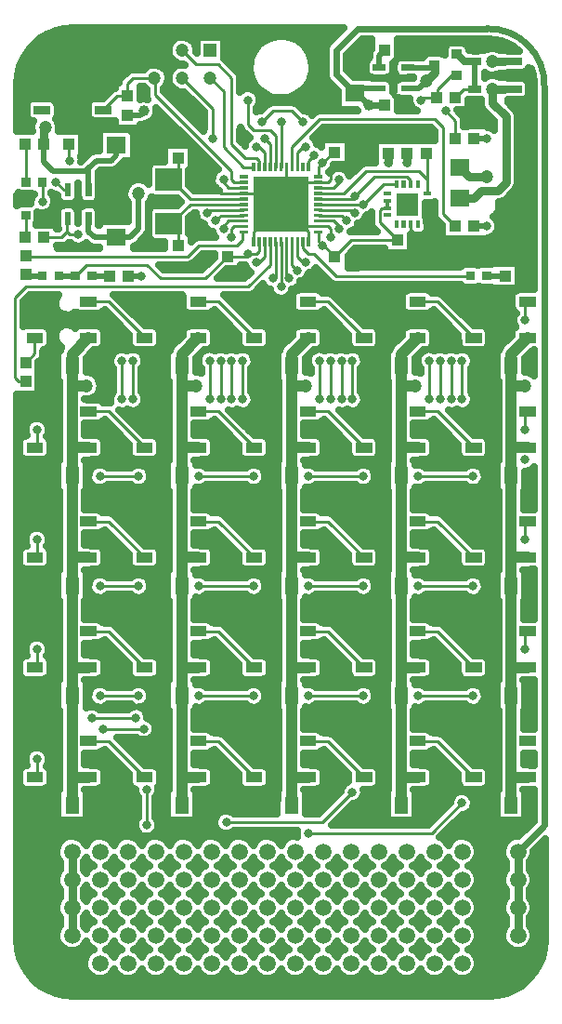
<source format=gbr>
G04 DipTrace 2.4.0.2*
%INTop.gbr*%
%MOIN*%
%ADD10C,0.0098*%
%ADD13C,0.0197*%
%ADD14C,0.0236*%
%ADD15C,0.0138*%
%ADD16C,0.0315*%
%ADD17C,0.0276*%
%ADD18C,0.0394*%
%ADD19C,0.031*%
%ADD20C,0.025*%
%ADD23R,0.0433X0.0394*%
%ADD24R,0.0709X0.063*%
%ADD25R,0.0394X0.0433*%
%ADD26R,0.0512X0.0591*%
%ADD31C,0.0472*%
%ADD32R,0.0472X0.0472*%
%ADD34C,0.0591*%
%ADD35C,0.0472*%
%FSLAX44Y44*%
G04*
G70*
G90*
G75*
G01*
%LNTop*%
%LPD*%
X13366Y32894D2*
D13*
X12677D1*
X12500Y32717D1*
D14*
X12559D1*
X12992Y32283D1*
X13543D1*
X9843Y31693D2*
D10*
Y30079D1*
X11181Y29331D2*
X11713D1*
X12008Y29626D1*
X11909D1*
X9055Y27402D2*
Y27067D1*
X8957Y26969D1*
X8661D1*
X8504Y29331D2*
X7972D1*
X7677Y29626D1*
X7776D1*
X11181Y27756D2*
Y27402D1*
X11319Y27264D1*
X11181Y29724D2*
Y30079D1*
X11319Y30217D1*
X11772Y30610D2*
X11713D1*
X11319Y30217D1*
Y27264D2*
X11378D1*
X11772Y26870D1*
X7913D2*
X8563D1*
X8661Y26969D1*
X13652Y28868D2*
D15*
Y28612D1*
D10*
X13455D1*
X13386Y28543D1*
Y28110D1*
X14035Y27461D1*
X4331Y31949D2*
D13*
X4783D1*
X4921Y32087D1*
X14035Y27461D2*
D10*
X12362D1*
X11772Y26870D1*
X1870Y26181D2*
D13*
X2461D1*
D10*
X2854Y26575D1*
X5020D1*
X5512Y26083D1*
X7126D1*
X7913Y26870D1*
X12500Y32717D2*
D14*
X11811Y33406D1*
Y34252D1*
X12598Y35039D1*
X17224D1*
G02X19291Y32972I60J-2007D01*
G01*
Y6492D1*
X18343Y5543D1*
D16*
Y4543D1*
Y3543D1*
Y2543D1*
X2343D2*
Y3543D1*
Y4543D1*
Y5543D1*
X2933Y29252D2*
D13*
Y30035D1*
X3213Y30315D1*
X3740D1*
X3937Y30512D1*
Y30866D1*
X1319Y30906D2*
Y30276D1*
X1673Y29921D1*
X2819D1*
X2933Y30035D1*
X1319Y30906D2*
D16*
Y31437D1*
X1378Y31496D1*
X17421Y32874D2*
X17854D1*
D17*
X18248D1*
X9646Y30079D2*
D10*
Y31201D1*
X9449Y31398D1*
X8858D1*
X8661Y31594D1*
Y32480D1*
X16240Y28976D2*
D16*
X16772D1*
X17028Y29232D1*
X17618D1*
X17913Y29528D1*
Y31890D1*
X17421Y32382D1*
Y32874D1*
X11181Y28150D2*
D10*
X11713D1*
X12008Y27854D1*
X11909D1*
X15157Y21752D2*
Y23130D1*
X11181Y28346D2*
X12008D1*
X12205Y28150D1*
X15551Y21752D2*
Y23130D1*
X11181Y28543D2*
X12402D1*
X12500Y28445D1*
X15945Y21752D2*
Y23130D1*
X12795Y28740D2*
X11181D1*
X13986Y29459D2*
X13514D1*
X12795Y28740D1*
X14370Y30217D2*
D16*
Y30571D1*
X11181Y28937D2*
D10*
X12402D1*
X12500Y29035D1*
X14498Y29459D2*
Y29596D1*
X14370Y29724D1*
X13189D1*
X12500Y29035D1*
X13681Y30217D2*
D16*
Y30571D1*
X11181Y29134D2*
D10*
X12106D1*
X12894Y29921D1*
X14801D1*
X15098Y29624D1*
Y29124D1*
Y30531D1*
X15059Y30571D1*
X8504Y28150D2*
X7972D1*
X7677Y27854D1*
X7776D1*
X7283Y23130D2*
Y21752D1*
X4626Y10335D2*
X3051D1*
X8504Y27953D2*
X8169D1*
X8071Y27854D1*
Y27559D1*
X7677Y23130D2*
Y21752D1*
X4921Y9941D2*
X3445D1*
X8504Y28346D2*
X7677D1*
X7480Y28150D1*
X4528Y21752D2*
Y23130D1*
X5020Y7776D2*
Y6496D1*
X8504Y28543D2*
X7283D1*
X7185Y28445D1*
X4134Y21752D2*
Y23130D1*
X9252Y27402D2*
Y26870D1*
X9055Y26673D1*
X8957D1*
X8071Y21752D2*
Y23130D1*
X10433Y27402D2*
Y26870D1*
X10630Y26673D1*
X10728D1*
X12402Y21752D2*
Y23130D1*
Y7677D2*
X11319Y6594D1*
X7874D1*
X9646Y27402D2*
Y26181D1*
X9547Y26083D1*
X8465Y21752D2*
Y23130D1*
X10827Y30079D2*
Y30315D1*
X11024Y30512D1*
X16339Y21752D2*
Y23130D1*
Y7283D2*
X15256Y6201D1*
X10827D1*
X9843Y27402D2*
Y25787D1*
X11220Y21752D2*
Y23130D1*
X10039Y27402D2*
Y26181D1*
X10138Y26083D1*
X11614Y21752D2*
Y23130D1*
X10236Y27402D2*
Y26575D1*
X10433Y26378D1*
X12008Y21752D2*
Y23130D1*
X689Y22402D2*
X433D1*
X295Y22539D1*
Y25394D1*
X689Y25787D1*
X8661D1*
X9449Y26575D1*
Y27402D1*
X10630D2*
Y27165D1*
X10827Y26969D1*
X11024D1*
X11811Y26181D1*
X16634D1*
X10236Y30079D2*
Y30807D1*
X11220Y31791D1*
X15354D1*
X15650Y31496D1*
Y28406D1*
X16102Y27953D1*
X10433Y30079D2*
Y30610D1*
X10630Y30807D1*
X10728D1*
X16102Y31102D2*
Y31732D1*
X15748Y32087D1*
X9469Y7205D2*
D16*
Y9508D1*
Y11142D1*
Y13445D1*
Y15079D1*
Y17382D1*
Y19016D1*
Y21319D1*
Y22953D1*
Y24665D1*
X8878Y25256D1*
Y21319D2*
X9469D1*
X8878Y17382D2*
X9469D1*
X8878Y13445D2*
X9469D1*
X8878Y9508D2*
X9469D1*
X13406Y22953D2*
Y21319D1*
Y19016D1*
Y17382D1*
Y15079D1*
Y13445D1*
Y11142D1*
Y9508D1*
Y7205D1*
Y22953D2*
Y24665D1*
X12815Y25256D1*
Y21319D2*
X13406D1*
X12815Y17382D2*
X13406D1*
X12815Y13445D2*
X13406D1*
X12815Y9508D2*
X13406D1*
X17343Y22953D2*
Y21319D1*
Y19016D1*
Y17382D1*
Y15079D1*
Y13445D1*
Y11142D1*
Y9508D1*
Y7205D1*
Y22953D2*
Y24665D1*
X16752Y25256D1*
Y21319D2*
X17343D1*
X16752Y17382D2*
X17343D1*
X16752Y13445D2*
X17343D1*
X16752Y9508D2*
X17343D1*
X5531Y22953D2*
Y21319D1*
Y19016D1*
Y17382D1*
Y15079D1*
Y13445D1*
Y11142D1*
Y9508D1*
Y7205D1*
Y22953D2*
Y24665D1*
X5207Y24990D1*
X4941Y25256D1*
Y21319D2*
X5531D1*
X4941Y17382D2*
X5531D1*
X4941Y13445D2*
X5531D1*
X4941Y9508D2*
X5531D1*
X1594Y19016D2*
Y21319D1*
Y22953D1*
Y15079D2*
Y17382D1*
Y19016D1*
Y11142D2*
Y13445D1*
Y15079D1*
Y7205D2*
Y9508D1*
Y11142D1*
Y22953D2*
Y24665D1*
X1004Y25256D1*
Y21319D2*
X1594D1*
X1004Y17382D2*
X1594D1*
X1004Y13445D2*
X1594D1*
X1004Y9508D2*
X1594D1*
X3937Y28661D2*
Y29764D1*
X2559Y28228D2*
D13*
Y28543D1*
X2756Y28740D1*
X3858D1*
X3937Y28661D1*
X14213Y34252D2*
Y34193D1*
X13878Y33858D1*
Y33268D1*
X14390D1*
X14213Y32283D2*
Y32343D1*
X13878Y32677D1*
Y33268D1*
X14390D2*
X13051D1*
X12500Y33819D1*
X2894Y30906D2*
D10*
Y31240D1*
X3051Y31398D1*
X4331D1*
X4528Y31201D1*
Y30315D1*
X3976Y29764D1*
X3937D1*
X1280Y28346D2*
D13*
X1575D1*
X1969Y28740D1*
X3858D1*
X4724Y29921D2*
X4094D1*
X3937Y29764D1*
X11181Y29528D2*
D10*
X11516D1*
X11614Y29626D1*
Y29921D1*
X11181Y27953D2*
X11516D1*
X11614Y27854D1*
Y27559D1*
X8504Y29134D2*
X7677D1*
X7480Y29331D1*
X8504Y29134D2*
X9055D1*
X9252Y29331D1*
X10039Y30079D2*
Y29528D1*
X9843Y29331D1*
X11181Y29528D2*
X10630D1*
X10433Y29331D1*
X11181Y27953D2*
X10630D1*
X10433Y28150D1*
X10827Y27402D2*
Y27756D1*
X10433Y28150D1*
X8858Y27402D2*
Y27756D1*
X9252Y28150D1*
X15098Y28868D2*
D15*
Y28602D1*
Y28356D1*
X14498Y28022D2*
D10*
Y27667D1*
X14705Y27461D1*
X15098Y28356D2*
Y27854D1*
X14705Y27461D1*
X17343Y5543D2*
D16*
Y4543D1*
Y3543D1*
Y2543D1*
X5118Y24902D2*
X5207Y24990D1*
X1343Y5543D2*
Y4543D1*
Y3543D1*
Y2543D1*
X8858Y30079D2*
D10*
X8504D1*
X7776Y30807D1*
Y32783D1*
X7299Y33260D1*
X9055Y30079D2*
Y30315D1*
X8957Y30413D1*
X8563D1*
X8071Y30906D1*
Y33268D1*
X7579Y33760D1*
X6799D1*
X6299Y34260D1*
X1319Y27559D2*
X1969D1*
X2165Y27756D1*
Y28209D1*
X2185Y28228D1*
X2559Y27657D2*
X2264D1*
X2165Y27756D1*
X1280Y29528D2*
Y28839D1*
X689Y28346D2*
Y27598D1*
X650Y27559D1*
X689Y29528D2*
Y30866D1*
X650Y30906D1*
X2224D2*
Y30354D1*
X2264Y30315D1*
X2185Y29252D2*
X2047D1*
X1772Y29528D1*
X17224Y29724D2*
D16*
X16594D1*
X16240Y30079D1*
X1280Y26181D2*
D13*
X748D1*
X689Y26240D1*
X13366Y33642D2*
Y34075D1*
X13543Y34252D1*
X16148Y33370D2*
D10*
X15949D1*
X15453Y32874D1*
Y32618D1*
X15413Y32579D1*
X14862Y32480D2*
X14961Y32579D1*
X15413D1*
X10630Y31693D2*
X10236Y32087D1*
X9547D1*
X9154Y31693D1*
X16791Y32874D2*
D13*
Y33858D1*
Y32874D2*
D10*
X16378D1*
X16083Y32579D1*
X16791Y33858D2*
D17*
X16420D1*
X16148Y34130D1*
X6142Y27264D2*
D10*
Y27717D1*
X5807Y28051D1*
X8504Y28740D2*
X6594D1*
X5906Y28051D1*
X5807D1*
X6142Y30413D2*
Y29961D1*
X5807Y29626D1*
X8504Y28937D2*
X6594D1*
X5906Y29626D1*
X5807D1*
X3051Y26181D2*
D13*
X3701D1*
X17224D2*
X17874D1*
X17224Y27953D2*
X16772D1*
X17224Y31102D2*
X16772D1*
X1004Y23957D2*
D10*
Y23386D1*
X689Y23071D1*
X2933Y25256D2*
X3642D1*
X4941Y23957D1*
X6870Y25256D2*
X7579D1*
X8878Y23957D1*
X10807Y25256D2*
X11516D1*
X12815Y23957D1*
X14744Y25256D2*
X15453D1*
X16752Y23957D1*
X2933Y21319D2*
X3642D1*
X4941Y20020D1*
X6870Y21319D2*
X7579D1*
X8878Y20020D1*
X10807Y21319D2*
X11516D1*
X12815Y20020D1*
X14744Y21319D2*
X15453D1*
X16752Y20020D1*
X2933Y17382D2*
X3642D1*
X4941Y16083D1*
X6870Y17382D2*
X7579D1*
X8878Y16083D1*
X10807Y17382D2*
X11516D1*
X12815Y16083D1*
X14744Y17382D2*
X15453D1*
X16752Y16083D1*
X2933Y13445D2*
X3642D1*
X4941Y12146D1*
X6870Y13445D2*
X7579D1*
X8878Y12146D1*
X10807Y13445D2*
X11516D1*
X12815Y12146D1*
X14744Y13445D2*
X15453D1*
X16752Y12146D1*
X2933Y9508D2*
X3642D1*
X4941Y8209D1*
X6870Y9508D2*
X7579D1*
X8878Y8209D1*
X10807Y9508D2*
X11516D1*
X12815Y8209D1*
X14744Y9508D2*
X15453D1*
X16752Y8209D1*
X18681Y25256D2*
X18602Y25177D1*
Y24606D1*
X1004Y20020D2*
X1083Y20098D1*
Y20669D1*
X1004Y16083D2*
X1083Y16161D1*
Y16732D1*
X18681Y21319D2*
X18602Y21240D1*
Y20669D1*
X16732Y18996D2*
X14764D1*
X12795D2*
X10827D1*
X8858D2*
X6890D1*
X4724D2*
X3346D1*
X18681Y17382D2*
X18602Y17303D1*
Y16732D1*
X1004Y12146D2*
X1083Y12224D1*
Y12795D1*
X16732Y15059D2*
X14764D1*
X12795D2*
X10827D1*
X8858D2*
X6890D1*
X4724D2*
X3346D1*
X18681Y13445D2*
X18602Y13366D1*
Y12795D1*
X1004Y8209D2*
X1083Y8287D1*
Y8858D1*
X16732Y11122D2*
X14764D1*
X12795D2*
X10827D1*
X8858D2*
X6890D1*
X4724D2*
X3346D1*
X4331Y32618D2*
Y33071D1*
X4528Y33268D1*
X5291D1*
X5299Y33260D1*
X4331Y32618D2*
X3956D1*
X3462Y32124D1*
X8504Y29528D2*
X8169D1*
X8071Y29626D1*
Y29921D1*
X5315Y32677D1*
Y33244D1*
X5299Y33260D1*
X9449Y30079D2*
Y30906D1*
X9252Y31102D1*
X4370Y26181D2*
D13*
X4823D1*
X9252Y30079D2*
D10*
Y30610D1*
X9055Y30807D1*
X8957D1*
X7382Y31102D2*
Y32177D1*
X6299Y33260D1*
X689Y26909D2*
Y26870D1*
X6496D1*
X6890Y27264D1*
X8268D1*
X8465Y27461D1*
Y27717D1*
X8504Y27756D1*
X2933Y28228D2*
D13*
Y27776D1*
X3150Y27559D1*
X3937D1*
X4724Y29134D2*
Y27854D1*
X4429Y27559D1*
X3937D1*
X18248Y33858D2*
D17*
X17854D1*
D16*
X17421D1*
X2343Y22953D2*
D18*
Y22244D1*
Y20020D1*
Y19016D1*
Y16083D1*
Y15079D1*
Y12146D1*
Y11142D1*
Y8209D1*
Y7205D1*
X6280D2*
Y8209D1*
Y11142D1*
Y12146D1*
Y15079D1*
Y16083D1*
Y19016D1*
Y20020D1*
Y22244D1*
Y22953D1*
X10217D2*
Y22244D1*
Y20020D1*
Y19016D1*
Y16083D1*
Y15079D1*
Y12146D1*
Y11142D1*
Y8209D1*
Y7205D1*
X14154D2*
Y8209D1*
Y11142D1*
Y12146D1*
Y15079D1*
Y16083D1*
Y19016D1*
Y20020D1*
Y22244D1*
Y22953D1*
X18091D2*
Y22244D1*
Y20020D1*
Y19016D1*
Y16083D1*
Y15079D1*
Y12146D1*
Y11142D1*
Y8209D1*
Y7205D1*
X2343Y22953D2*
Y23366D1*
X2933Y23957D1*
X6280Y22953D2*
Y23366D1*
X6870Y23957D1*
X10217Y22953D2*
Y23366D1*
X10807Y23957D1*
X14154Y22953D2*
Y23366D1*
X14744Y23957D1*
X18091Y22953D2*
Y23366D1*
X18681Y23957D1*
X2933Y20020D2*
X2343D1*
X6870D2*
X6280D1*
X10807D2*
X10217D1*
X14744D2*
X14154D1*
X18681D2*
X18091D1*
X2933Y16083D2*
X2343D1*
X6870D2*
X6280D1*
X10807D2*
X10217D1*
X14744D2*
X14154D1*
X18681D2*
X18091D1*
X2933Y12146D2*
X2343D1*
X6870D2*
X6280D1*
X10807D2*
X10217D1*
X14744D2*
X14154D1*
X18681D2*
X18091D1*
X2933Y8209D2*
X2343D1*
X6870D2*
X6280D1*
X10807D2*
X10217D1*
X14744D2*
X14154D1*
X18681D2*
X18091D1*
X2854Y22244D2*
X2343D1*
X6791D2*
X6280D1*
X10728D2*
X10217D1*
X14665D2*
X14154D1*
X18602D2*
X18091D1*
X14390Y33642D2*
D13*
X15240D1*
X15348Y33750D1*
X14390Y32894D2*
X14783D1*
X15059Y33169D1*
X15348Y33750D2*
D19*
Y33458D1*
D16*
X15059Y33169D1*
D35*
X17421Y33858D3*
X17224Y29724D3*
X1378Y31496D3*
D16*
X1772Y29528D3*
D35*
X17421Y32874D3*
X15059Y33169D3*
X18602Y22244D3*
X14665D3*
X10728D3*
D16*
X2264Y30315D3*
X1280Y28839D3*
X2559Y27657D3*
D35*
X4724Y29134D3*
X6791Y22244D3*
X4724Y29921D3*
X2854Y22244D3*
D18*
X12992Y32283D3*
D16*
X4823Y26181D3*
D18*
X4921Y32087D3*
D16*
X9843Y31693D3*
X12402Y23130D3*
X12795Y28740D3*
X14370Y30217D3*
X14862Y32480D3*
X8563Y34350D3*
X9252Y31102D3*
X10630Y31693D3*
X8957Y30807D3*
X10728D3*
X9154Y31693D3*
X11024Y30512D3*
X12500Y29035D3*
Y28445D3*
X7382Y31102D3*
X12205Y28150D3*
X11909Y29626D3*
Y27854D3*
X11614Y29921D3*
Y27559D3*
X12008Y23130D3*
X11614D3*
X11220D3*
X9843Y25787D3*
X8957Y26673D3*
X9547Y26083D3*
X8661Y26969D3*
X10138Y26083D3*
X13681Y30217D3*
X7185Y28445D3*
X7480Y29331D3*
Y28150D3*
X7776Y29626D3*
Y27854D3*
X12894Y30610D3*
X8071Y27559D3*
X14665Y27067D3*
X6102Y28839D3*
X9252Y29331D3*
X10433D3*
X9252Y28150D3*
X10433D3*
X9843Y29331D3*
X10433Y28740D3*
X9843Y28150D3*
X9252Y28740D3*
X11319Y30217D3*
Y27264D3*
X8661Y32480D3*
X17224Y27953D3*
Y31102D3*
X15748Y32087D3*
X12402Y21752D3*
X10433Y26378D3*
X10728Y26673D3*
X12008Y21752D3*
X8465Y23130D3*
X8071D3*
X7677D3*
X7283D3*
X4528D3*
X4134D3*
X16339D3*
X15945D3*
X15551D3*
X11614Y21752D3*
X11220D3*
X8465D3*
X8071D3*
X7677D3*
X7283D3*
X4528D3*
X4134D3*
X16339D3*
X15945D3*
X15551D3*
X15157D3*
Y23130D3*
X11122Y34350D3*
X12992Y34252D3*
X14665D3*
X6004Y26476D3*
X2461Y31594D3*
X16240Y27165D3*
X18406D3*
Y30413D3*
Y28642D3*
X1772Y20472D3*
X5315Y31299D3*
X3346Y28543D3*
X2264Y24606D3*
X5512Y25394D3*
X13976Y24606D3*
X17913D3*
X17520Y20866D3*
Y16732D3*
Y12795D3*
Y20472D3*
X1772Y16339D3*
X17520Y8858D3*
X1772Y20866D3*
Y16732D3*
X17520Y16339D3*
X1772Y12402D3*
Y12795D3*
Y8858D3*
X1870Y24606D3*
X17520Y12402D3*
X1772Y8465D3*
X5118Y24902D3*
X13583Y24606D3*
X17520D3*
Y8465D3*
X6004Y32579D3*
X5020Y7776D3*
X4626Y10335D3*
X3051D3*
X4921Y9941D3*
X3445D3*
X5020Y6496D3*
X12402Y7677D3*
X7874Y6594D3*
X16339Y7283D3*
X10827Y6201D3*
X18602Y24606D3*
X1083Y20669D3*
X18602D3*
X1083Y16732D3*
X14764Y18996D3*
X16732D3*
X10827D3*
X12795D3*
X8858D3*
X6890D3*
X4724D3*
X3346D3*
X18602Y19587D3*
X16732Y15059D3*
X14764D3*
X12795D3*
X10827D3*
X8858D3*
X6890D3*
X4724D3*
X3346D3*
X16732Y11122D3*
X14764D3*
X12795D3*
X10827D3*
X8858D3*
X6890D3*
X4724D3*
X3346D3*
X18602Y16732D3*
Y12795D3*
X1083D3*
Y8858D3*
X5709Y20669D3*
X9646D3*
X13583D3*
X5709Y16732D3*
X9646D3*
X13583D3*
X5709Y12795D3*
X9646D3*
X13583D3*
X5709Y8858D3*
X9646D3*
X13583D3*
X9843Y24606D3*
X6201Y24213D3*
X1431Y34819D2*
D20*
X11830D1*
X1080Y34571D2*
X5897D1*
X6701D2*
X6784D1*
X7814D2*
X9178D1*
X10505D2*
X11580D1*
X12681D2*
X13049D1*
X14037D2*
X17815D1*
X837Y34322D2*
X5787D1*
X7814D2*
X8924D1*
X10759D2*
X11420D1*
X12431D2*
X13049D1*
X14037D2*
X15698D1*
X16599D2*
X17241D1*
X17603D2*
X18264D1*
X669Y34073D2*
X5823D1*
X7814D2*
X8787D1*
X10900D2*
X11416D1*
X12209D2*
X12991D1*
X14037D2*
X14959D1*
X544Y33824D2*
X6053D1*
X7966D2*
X8721D1*
X10966D2*
X11416D1*
X12209D2*
X12862D1*
X462Y33576D2*
X4901D1*
X5697D2*
X5901D1*
X8216D2*
X8709D1*
X10974D2*
X11416D1*
X12209D2*
X12854D1*
X18716D2*
X18799D1*
X412Y33327D2*
X4135D1*
X8392D2*
X8760D1*
X10927D2*
X11424D1*
X12439D2*
X12959D1*
X13775D2*
X13983D1*
X17630D2*
X18869D1*
X392Y33078D2*
X3858D1*
X8400D2*
X8873D1*
X10814D2*
X11588D1*
X18751D2*
X18893D1*
X392Y32830D2*
X3717D1*
X4806D2*
X4987D1*
X5642D2*
X6041D1*
X8900D2*
X9079D1*
X10603D2*
X11838D1*
X18763D2*
X18897D1*
X392Y32581D2*
X3467D1*
X4806D2*
X5002D1*
X5865D2*
X6526D1*
X9084D2*
X9561D1*
X10123D2*
X11869D1*
X18709D2*
X18897D1*
X392Y32332D2*
X690D1*
X1834D2*
X2893D1*
X6111D2*
X6776D1*
X9068D2*
X9346D1*
X10439D2*
X11869D1*
X14037D2*
X14455D1*
X16576D2*
X16991D1*
X18076D2*
X18897D1*
X392Y32084D2*
X686D1*
X1841D2*
X2885D1*
X6361D2*
X7022D1*
X10779D2*
X11119D1*
X16205D2*
X17116D1*
X18298D2*
X18897D1*
X392Y31835D2*
X725D1*
X1798D2*
X2924D1*
X5318D2*
X5705D1*
X6611D2*
X7053D1*
X16412D2*
X17362D1*
X18349D2*
X18897D1*
X392Y31586D2*
X873D1*
X1884D2*
X3858D1*
X4806D2*
X5955D1*
X6857D2*
X7053D1*
X16431D2*
X17479D1*
X18349D2*
X18897D1*
X2720Y31338D2*
X3303D1*
X4568D2*
X6201D1*
X11220D2*
X15323D1*
X18349D2*
X18897D1*
X2720Y31089D2*
X3303D1*
X4568D2*
X6451D1*
X8400D2*
X8635D1*
X11052D2*
X15323D1*
X18349D2*
X18897D1*
X2720Y30840D2*
X3303D1*
X4568D2*
X5647D1*
X12267D2*
X13205D1*
X18349D2*
X18897D1*
X2720Y30592D2*
X2971D1*
X4568D2*
X5647D1*
X6634D2*
X6948D1*
X12267D2*
X13205D1*
X18349D2*
X18897D1*
X4568Y30343D2*
X5647D1*
X6634D2*
X7198D1*
X12267D2*
X13205D1*
X18349D2*
X18897D1*
X4041Y30094D2*
X5069D1*
X6634D2*
X7444D1*
X11736D2*
X12616D1*
X18349D2*
X18897D1*
X3310Y29845D2*
X5057D1*
X6556D2*
X7405D1*
X12283D2*
X12367D1*
X18349D2*
X18897D1*
X3310Y29597D2*
X4541D1*
X4908D2*
X5057D1*
X6556D2*
X7342D1*
X18349D2*
X18897D1*
X3318Y29348D2*
X4260D1*
X6634D2*
X7448D1*
X18306D2*
X18897D1*
X392Y29099D2*
X936D1*
X1623D2*
X1748D1*
X3318D2*
X4213D1*
X18091D2*
X18897D1*
X392Y28851D2*
X846D1*
X1716D2*
X1862D1*
X2509D2*
X2608D1*
X3259D2*
X4299D1*
X5150D2*
X6229D1*
X17794D2*
X18897D1*
X1638Y28602D2*
X1838D1*
X3279D2*
X4350D1*
X15041D2*
X15323D1*
X17685D2*
X18897D1*
X1123Y28353D2*
X1799D1*
X3318D2*
X4350D1*
X6662D2*
X6758D1*
X12959D2*
X13059D1*
X15041D2*
X15326D1*
X17564D2*
X18897D1*
X1111Y28105D2*
X1799D1*
X6556D2*
X6932D1*
X12755D2*
X13057D1*
X15099D2*
X15498D1*
X17630D2*
X18897D1*
X6556Y27856D2*
X7170D1*
X12517D2*
X13186D1*
X15099D2*
X15608D1*
X17650D2*
X18897D1*
X6634Y27607D2*
X7424D1*
X14529D2*
X15608D1*
X17470D2*
X18897D1*
X4751Y27359D2*
X5647D1*
X14529D2*
X18897D1*
X12462Y27110D2*
X13541D1*
X14529D2*
X18897D1*
X6939Y26861D2*
X7420D1*
X12267D2*
X18897D1*
X6677Y26613D2*
X7205D1*
X12267D2*
X17381D1*
X18369D2*
X18897D1*
X7861Y26364D2*
X8662D1*
X11025D2*
X11174D1*
X18369D2*
X18897D1*
X7611Y26115D2*
X8537D1*
X10775D2*
X11424D1*
X18369D2*
X18897D1*
X10513Y25866D2*
X16252D1*
X18369D2*
X18897D1*
X8943Y25618D2*
X9444D1*
X11298D2*
X14252D1*
X15236D2*
X18190D1*
X724Y25369D2*
X1756D1*
X3982D2*
X6295D1*
X7919D2*
X10233D1*
X11853D2*
X14170D1*
X15791D2*
X18108D1*
X623Y25120D2*
X1729D1*
X4228D2*
X6295D1*
X8166D2*
X10233D1*
X12103D2*
X14170D1*
X16041D2*
X18108D1*
X623Y24872D2*
X1873D1*
X3400D2*
X3571D1*
X4478D2*
X6405D1*
X7337D2*
X7510D1*
X8416D2*
X10342D1*
X11271D2*
X11446D1*
X12353D2*
X14280D1*
X15209D2*
X15385D1*
X16291D2*
X18217D1*
X623Y24623D2*
X3823D1*
X4728D2*
X7760D1*
X8666D2*
X11698D1*
X12599D2*
X15635D1*
X16537D2*
X18166D1*
X1404Y24374D2*
X1920D1*
X2408D2*
X2536D1*
X3334D2*
X4073D1*
X5341D2*
X6471D1*
X7267D2*
X8006D1*
X9275D2*
X10409D1*
X11205D2*
X11944D1*
X13212D2*
X14346D1*
X15142D2*
X15881D1*
X17150D2*
X18241D1*
X1576Y24126D2*
X1733D1*
X3505D2*
X4319D1*
X5513D2*
X6295D1*
X7443D2*
X8256D1*
X9451D2*
X10233D1*
X11380D2*
X12194D1*
X13388D2*
X14170D1*
X15318D2*
X16131D1*
X17326D2*
X18108D1*
X1576Y23877D2*
X1744D1*
X3505D2*
X4369D1*
X5513D2*
X6127D1*
X7443D2*
X8303D1*
X9451D2*
X10065D1*
X11380D2*
X12241D1*
X13388D2*
X14002D1*
X15318D2*
X16178D1*
X17326D2*
X17940D1*
X1529Y23628D2*
X1951D1*
X3455D2*
X4416D1*
X5462D2*
X5889D1*
X7392D2*
X8354D1*
X9400D2*
X9826D1*
X11330D2*
X12291D1*
X13337D2*
X13764D1*
X15267D2*
X16229D1*
X17275D2*
X17701D1*
X1330Y23380D2*
X1807D1*
X3017D2*
X3784D1*
X4876D2*
X5744D1*
X8814D2*
X9682D1*
X12751D2*
X13619D1*
X16689D2*
X17557D1*
X18763D2*
X18897D1*
X1201Y23131D2*
X1807D1*
X2876D2*
X3698D1*
X4962D2*
X5744D1*
X8900D2*
X9682D1*
X12837D2*
X13619D1*
X16775D2*
X17557D1*
X18623D2*
X18897D1*
X1166Y22882D2*
X1807D1*
X2876D2*
X3784D1*
X4880D2*
X5744D1*
X6814D2*
X6931D1*
X8818D2*
X9682D1*
X10751D2*
X10869D1*
X12755D2*
X13619D1*
X14689D2*
X14806D1*
X16689D2*
X17557D1*
X18623D2*
X18897D1*
X1166Y22634D2*
X1807D1*
X3177D2*
X3807D1*
X4853D2*
X5744D1*
X8791D2*
X9682D1*
X12728D2*
X13619D1*
X16666D2*
X17557D1*
X1166Y22385D2*
X1869D1*
X3349D2*
X3807D1*
X4853D2*
X5803D1*
X8791D2*
X9741D1*
X12728D2*
X13678D1*
X16666D2*
X17616D1*
X1166Y22136D2*
X1869D1*
X3357D2*
X3807D1*
X4853D2*
X5803D1*
X8791D2*
X9741D1*
X12728D2*
X13678D1*
X16666D2*
X17616D1*
X392Y21887D2*
X1869D1*
X3212D2*
X3721D1*
X4939D2*
X5803D1*
X8876D2*
X9741D1*
X12814D2*
X13678D1*
X16751D2*
X17616D1*
X392Y21639D2*
X1869D1*
X3462D2*
X3713D1*
X4947D2*
X5803D1*
X8884D2*
X9741D1*
X12822D2*
X13678D1*
X16759D2*
X17616D1*
X392Y21390D2*
X1869D1*
X4748D2*
X5803D1*
X8685D2*
X9741D1*
X12619D2*
X13678D1*
X16556D2*
X17616D1*
X392Y21141D2*
X1869D1*
X4271D2*
X5803D1*
X8209D2*
X9741D1*
X12146D2*
X13678D1*
X16084D2*
X17616D1*
X392Y20893D2*
X713D1*
X1451D2*
X1869D1*
X3298D2*
X3616D1*
X4521D2*
X5803D1*
X7236D2*
X7553D1*
X8459D2*
X9741D1*
X11173D2*
X11491D1*
X12396D2*
X13678D1*
X15111D2*
X15428D1*
X16330D2*
X17616D1*
X392Y20644D2*
X647D1*
X1517D2*
X1869D1*
X2818D2*
X3866D1*
X4767D2*
X5803D1*
X6755D2*
X7803D1*
X8705D2*
X9741D1*
X10693D2*
X11737D1*
X12642D2*
X13678D1*
X14626D2*
X15674D1*
X16580D2*
X17616D1*
X392Y20395D2*
X524D1*
X1482D2*
X1869D1*
X3412D2*
X4112D1*
X5419D2*
X5803D1*
X7349D2*
X8049D1*
X9357D2*
X9741D1*
X11283D2*
X11987D1*
X13291D2*
X13678D1*
X15220D2*
X15924D1*
X17228D2*
X17616D1*
X1576Y20147D2*
X1869D1*
X3505D2*
X4362D1*
X5513D2*
X5803D1*
X7443D2*
X8299D1*
X9451D2*
X9741D1*
X11380D2*
X12237D1*
X13388D2*
X13678D1*
X15318D2*
X16174D1*
X17326D2*
X17616D1*
X1576Y19898D2*
X1869D1*
X3505D2*
X4369D1*
X5513D2*
X5803D1*
X7443D2*
X8303D1*
X9451D2*
X9741D1*
X11380D2*
X12241D1*
X13388D2*
X13678D1*
X15318D2*
X16178D1*
X17326D2*
X17616D1*
X392Y19649D2*
X524D1*
X1486D2*
X1869D1*
X3416D2*
X4459D1*
X5423D2*
X5803D1*
X7353D2*
X8393D1*
X9361D2*
X9741D1*
X11291D2*
X12330D1*
X13298D2*
X13678D1*
X15228D2*
X16268D1*
X17236D2*
X17616D1*
X392Y19401D2*
X1807D1*
X2876D2*
X3252D1*
X3439D2*
X4631D1*
X4822D2*
X5744D1*
X6986D2*
X8764D1*
X8955D2*
X9682D1*
X10925D2*
X12701D1*
X12888D2*
X13619D1*
X14857D2*
X16639D1*
X16824D2*
X17557D1*
X392Y19152D2*
X1807D1*
X5130D2*
X5744D1*
X9263D2*
X9682D1*
X13201D2*
X13619D1*
X17138D2*
X17557D1*
X18623D2*
X18897D1*
X392Y18903D2*
X1807D1*
X5150D2*
X5744D1*
X9283D2*
X9682D1*
X13220D2*
X13619D1*
X17158D2*
X17557D1*
X18623D2*
X18897D1*
X392Y18655D2*
X1807D1*
X2876D2*
X3092D1*
X3599D2*
X4471D1*
X4978D2*
X5744D1*
X7142D2*
X8604D1*
X9111D2*
X9682D1*
X11080D2*
X12541D1*
X13048D2*
X13619D1*
X15017D2*
X16479D1*
X16986D2*
X17557D1*
X18623D2*
X18897D1*
X392Y18406D2*
X1869D1*
X2818D2*
X5803D1*
X6755D2*
X9741D1*
X10693D2*
X13678D1*
X14626D2*
X17616D1*
X18564D2*
X18897D1*
X392Y18157D2*
X1869D1*
X2818D2*
X5803D1*
X6755D2*
X9741D1*
X10693D2*
X13678D1*
X14626D2*
X17616D1*
X18564D2*
X18897D1*
X392Y17908D2*
X1869D1*
X2818D2*
X5803D1*
X6755D2*
X9741D1*
X10693D2*
X13678D1*
X14626D2*
X17616D1*
X18564D2*
X18897D1*
X392Y17660D2*
X1869D1*
X3787D2*
X5803D1*
X7724D2*
X9741D1*
X11658D2*
X13678D1*
X15595D2*
X17616D1*
X392Y17411D2*
X1869D1*
X4064D2*
X5803D1*
X8001D2*
X9741D1*
X11939D2*
X13678D1*
X15876D2*
X17616D1*
X392Y17162D2*
X1869D1*
X4314D2*
X5803D1*
X8251D2*
X9741D1*
X12189D2*
X13678D1*
X16126D2*
X17616D1*
X392Y16914D2*
X690D1*
X1474D2*
X1869D1*
X2818D2*
X3659D1*
X4564D2*
X5803D1*
X6755D2*
X7596D1*
X8498D2*
X9741D1*
X10693D2*
X11530D1*
X12435D2*
X13678D1*
X14626D2*
X15467D1*
X16373D2*
X17616D1*
X392Y16665D2*
X655D1*
X1513D2*
X1869D1*
X2818D2*
X3905D1*
X4810D2*
X5803D1*
X6755D2*
X7842D1*
X8748D2*
X9741D1*
X10693D2*
X11780D1*
X12685D2*
X13678D1*
X14626D2*
X15717D1*
X16623D2*
X17616D1*
X392Y16416D2*
X486D1*
X1525D2*
X1869D1*
X3451D2*
X4155D1*
X5459D2*
X5803D1*
X7388D2*
X8092D1*
X9396D2*
X9741D1*
X11326D2*
X12030D1*
X13334D2*
X13678D1*
X15263D2*
X15967D1*
X17271D2*
X17616D1*
X1576Y16168D2*
X1869D1*
X3505D2*
X4369D1*
X5513D2*
X5803D1*
X7443D2*
X8303D1*
X9451D2*
X9741D1*
X11380D2*
X12241D1*
X13388D2*
X13678D1*
X15318D2*
X16178D1*
X17326D2*
X17616D1*
X1576Y15919D2*
X1869D1*
X3505D2*
X4369D1*
X5513D2*
X5803D1*
X7443D2*
X8303D1*
X9451D2*
X9741D1*
X11380D2*
X12241D1*
X13388D2*
X13678D1*
X15318D2*
X16178D1*
X17326D2*
X17616D1*
X392Y15670D2*
X592D1*
X1416D2*
X1869D1*
X3345D2*
X4526D1*
X5353D2*
X5803D1*
X7283D2*
X8463D1*
X9291D2*
X9741D1*
X11220D2*
X12401D1*
X13228D2*
X13678D1*
X15158D2*
X16338D1*
X17166D2*
X17616D1*
X392Y15422D2*
X1807D1*
X2876D2*
X3127D1*
X3564D2*
X4506D1*
X4943D2*
X5744D1*
X7107D2*
X8639D1*
X9076D2*
X9682D1*
X11044D2*
X12576D1*
X13013D2*
X13619D1*
X14982D2*
X16514D1*
X16951D2*
X17557D1*
X18623D2*
X18897D1*
X392Y15173D2*
X1807D1*
X5142D2*
X5744D1*
X9279D2*
X9682D1*
X13216D2*
X13619D1*
X17150D2*
X17557D1*
X18623D2*
X18897D1*
X392Y14924D2*
X1807D1*
X5138D2*
X5744D1*
X9271D2*
X9682D1*
X13209D2*
X13619D1*
X17146D2*
X17557D1*
X18623D2*
X18897D1*
X392Y14676D2*
X1807D1*
X2876D2*
X3174D1*
X3517D2*
X4553D1*
X4896D2*
X5744D1*
X7060D2*
X8686D1*
X9029D2*
X9682D1*
X10998D2*
X12623D1*
X12966D2*
X13619D1*
X14935D2*
X16561D1*
X16904D2*
X17557D1*
X18623D2*
X18897D1*
X392Y14427D2*
X1869D1*
X2818D2*
X5803D1*
X6755D2*
X9741D1*
X10693D2*
X13678D1*
X14626D2*
X17616D1*
X18564D2*
X18897D1*
X392Y14178D2*
X1869D1*
X2818D2*
X5803D1*
X6755D2*
X9741D1*
X10693D2*
X13678D1*
X14626D2*
X17616D1*
X18564D2*
X18897D1*
X392Y13929D2*
X1869D1*
X2818D2*
X5803D1*
X6755D2*
X9741D1*
X10693D2*
X13678D1*
X14626D2*
X17616D1*
X18564D2*
X18897D1*
X392Y13681D2*
X1869D1*
X3857D2*
X5803D1*
X7794D2*
X9741D1*
X11728D2*
X13678D1*
X15666D2*
X17616D1*
X392Y13432D2*
X1869D1*
X4107D2*
X5803D1*
X8044D2*
X9741D1*
X11982D2*
X13678D1*
X15919D2*
X17616D1*
X392Y13183D2*
X924D1*
X1240D2*
X1869D1*
X4357D2*
X5803D1*
X8294D2*
X9741D1*
X12228D2*
X13678D1*
X16166D2*
X17616D1*
X392Y12935D2*
X670D1*
X1494D2*
X1869D1*
X2818D2*
X3701D1*
X4603D2*
X5803D1*
X6755D2*
X7635D1*
X8541D2*
X9741D1*
X10693D2*
X11573D1*
X12478D2*
X13678D1*
X14626D2*
X15510D1*
X16416D2*
X17616D1*
X392Y12686D2*
X662D1*
X1501D2*
X1869D1*
X2818D2*
X3948D1*
X4853D2*
X5803D1*
X6755D2*
X7885D1*
X8791D2*
X9741D1*
X10693D2*
X11823D1*
X12728D2*
X13678D1*
X14626D2*
X15760D1*
X16666D2*
X17616D1*
X1548Y12437D2*
X1869D1*
X3478D2*
X4198D1*
X5486D2*
X5803D1*
X7416D2*
X8135D1*
X9423D2*
X9741D1*
X11353D2*
X12073D1*
X13361D2*
X13678D1*
X15291D2*
X16006D1*
X17298D2*
X17616D1*
X1576Y12189D2*
X1869D1*
X3505D2*
X4369D1*
X5513D2*
X5803D1*
X7443D2*
X8303D1*
X9451D2*
X9741D1*
X11380D2*
X12241D1*
X13388D2*
X13678D1*
X15318D2*
X16178D1*
X17326D2*
X17616D1*
X1576Y11940D2*
X1869D1*
X3505D2*
X4369D1*
X5513D2*
X5803D1*
X7443D2*
X8307D1*
X9451D2*
X9741D1*
X11380D2*
X12244D1*
X13388D2*
X13678D1*
X15314D2*
X16182D1*
X17322D2*
X17616D1*
X392Y11691D2*
X1869D1*
X2818D2*
X5803D1*
X6755D2*
X9741D1*
X10693D2*
X13678D1*
X14626D2*
X17616D1*
X18564D2*
X18897D1*
X392Y11443D2*
X1807D1*
X2876D2*
X3065D1*
X3626D2*
X4444D1*
X5005D2*
X5744D1*
X7169D2*
X8576D1*
X9138D2*
X9682D1*
X11107D2*
X12514D1*
X13076D2*
X13619D1*
X15044D2*
X16451D1*
X17013D2*
X17557D1*
X18623D2*
X18897D1*
X392Y11194D2*
X1807D1*
X5154D2*
X5744D1*
X9287D2*
X9682D1*
X13224D2*
X13619D1*
X17162D2*
X17557D1*
X18623D2*
X18897D1*
X392Y10945D2*
X1807D1*
X5119D2*
X5744D1*
X9255D2*
X9682D1*
X13189D2*
X13619D1*
X17126D2*
X17557D1*
X18623D2*
X18897D1*
X392Y10697D2*
X1807D1*
X3271D2*
X4409D1*
X4845D2*
X5744D1*
X6814D2*
X9682D1*
X10751D2*
X13619D1*
X14689D2*
X17557D1*
X18623D2*
X18897D1*
X392Y10448D2*
X1869D1*
X5044D2*
X5803D1*
X6755D2*
X9741D1*
X10693D2*
X13678D1*
X14626D2*
X17616D1*
X18564D2*
X18897D1*
X392Y10199D2*
X1869D1*
X5267D2*
X5803D1*
X6755D2*
X9741D1*
X10693D2*
X13678D1*
X14626D2*
X17616D1*
X18564D2*
X18897D1*
X392Y9950D2*
X1869D1*
X5357D2*
X5803D1*
X6755D2*
X9741D1*
X10693D2*
X13678D1*
X14626D2*
X17616D1*
X18564D2*
X18897D1*
X392Y9702D2*
X1869D1*
X5279D2*
X5803D1*
X7837D2*
X9741D1*
X11775D2*
X13678D1*
X15712D2*
X17616D1*
X392Y9453D2*
X1869D1*
X4150D2*
X5803D1*
X8087D2*
X9741D1*
X12021D2*
X13678D1*
X15959D2*
X17616D1*
X392Y9204D2*
X838D1*
X1330D2*
X1869D1*
X4396D2*
X5803D1*
X8334D2*
X9741D1*
X12271D2*
X13678D1*
X16209D2*
X17616D1*
X392Y8956D2*
X659D1*
X1505D2*
X1869D1*
X2818D2*
X3741D1*
X4646D2*
X5803D1*
X6755D2*
X7678D1*
X8584D2*
X9741D1*
X10693D2*
X11616D1*
X12521D2*
X13678D1*
X14626D2*
X15553D1*
X16459D2*
X17616D1*
X18564D2*
X18897D1*
X392Y8707D2*
X678D1*
X1490D2*
X1869D1*
X2818D2*
X3991D1*
X4896D2*
X5803D1*
X6755D2*
X7928D1*
X8834D2*
X9741D1*
X10693D2*
X11866D1*
X12767D2*
X13678D1*
X14626D2*
X15803D1*
X16705D2*
X17616D1*
X18564D2*
X18897D1*
X1568Y8458D2*
X1869D1*
X3498D2*
X4241D1*
X5505D2*
X5803D1*
X7431D2*
X8174D1*
X9439D2*
X9741D1*
X11369D2*
X12112D1*
X13376D2*
X13678D1*
X15306D2*
X16049D1*
X17314D2*
X17616D1*
X1576Y8210D2*
X1869D1*
X3505D2*
X4369D1*
X5513D2*
X5803D1*
X7443D2*
X8303D1*
X9451D2*
X9741D1*
X11380D2*
X12241D1*
X13388D2*
X13678D1*
X15318D2*
X16178D1*
X17326D2*
X17616D1*
X1568Y7961D2*
X1869D1*
X3498D2*
X4377D1*
X5505D2*
X5803D1*
X7435D2*
X8315D1*
X9443D2*
X9741D1*
X11369D2*
X12080D1*
X13376D2*
X13678D1*
X15306D2*
X16190D1*
X17314D2*
X17616D1*
X392Y7712D2*
X1807D1*
X2876D2*
X4588D1*
X5451D2*
X5744D1*
X6814D2*
X9682D1*
X10751D2*
X11967D1*
X12837D2*
X13619D1*
X14689D2*
X17557D1*
X18623D2*
X18897D1*
X392Y7464D2*
X1807D1*
X2876D2*
X4694D1*
X5345D2*
X5744D1*
X6814D2*
X9682D1*
X10751D2*
X11737D1*
X12779D2*
X13619D1*
X14689D2*
X15944D1*
X16732D2*
X17557D1*
X18623D2*
X18897D1*
X392Y7215D2*
X1807D1*
X2876D2*
X4694D1*
X5345D2*
X5744D1*
X6814D2*
X9682D1*
X10751D2*
X11487D1*
X12392D2*
X13619D1*
X14689D2*
X15819D1*
X16767D2*
X17557D1*
X18623D2*
X18897D1*
X392Y6966D2*
X1807D1*
X2876D2*
X4694D1*
X5345D2*
X5744D1*
X6814D2*
X7674D1*
X8072D2*
X9682D1*
X10751D2*
X11237D1*
X12142D2*
X13619D1*
X14689D2*
X15569D1*
X16623D2*
X17557D1*
X18623D2*
X18897D1*
X392Y6718D2*
X1807D1*
X2876D2*
X4651D1*
X5392D2*
X5744D1*
X6814D2*
X7459D1*
X11896D2*
X13619D1*
X14689D2*
X15319D1*
X16224D2*
X17557D1*
X18623D2*
X18897D1*
X392Y6469D2*
X4584D1*
X5455D2*
X7459D1*
X15978D2*
X18717D1*
X392Y6220D2*
X4690D1*
X5349D2*
X7682D1*
X8068D2*
X10393D1*
X15728D2*
X18471D1*
X392Y5971D2*
X1975D1*
X2709D2*
X2975D1*
X3709D2*
X3975D1*
X4709D2*
X4975D1*
X5709D2*
X5975D1*
X6709D2*
X6975D1*
X7709D2*
X7975D1*
X8709D2*
X8975D1*
X9709D2*
X9975D1*
X15709D2*
X15975D1*
X16709D2*
X17975D1*
X392Y5723D2*
X1799D1*
X16884D2*
X17799D1*
X19072D2*
X19295D1*
X392Y5474D2*
X1772D1*
X16912D2*
X17772D1*
X18912D2*
X19295D1*
X392Y5225D2*
X1869D1*
X16814D2*
X17869D1*
X18814D2*
X19295D1*
X392Y4977D2*
X1909D1*
X2779D2*
X2983D1*
X3705D2*
X3983D1*
X4705D2*
X4983D1*
X5705D2*
X5983D1*
X6705D2*
X6983D1*
X7705D2*
X7983D1*
X8705D2*
X8983D1*
X9705D2*
X9983D1*
X10705D2*
X10983D1*
X11705D2*
X11983D1*
X12705D2*
X12983D1*
X13705D2*
X13983D1*
X14705D2*
X14983D1*
X15705D2*
X15983D1*
X16705D2*
X17909D1*
X18779D2*
X19295D1*
X392Y4728D2*
X1803D1*
X16884D2*
X17803D1*
X18884D2*
X19295D1*
X392Y4479D2*
X1772D1*
X16912D2*
X17772D1*
X18912D2*
X19295D1*
X392Y4231D2*
X1866D1*
X16818D2*
X17866D1*
X18818D2*
X19295D1*
X392Y3982D2*
X1909D1*
X2779D2*
X2991D1*
X3697D2*
X3991D1*
X4697D2*
X4991D1*
X5697D2*
X5991D1*
X6697D2*
X6991D1*
X7697D2*
X7991D1*
X8697D2*
X8991D1*
X9697D2*
X9991D1*
X10697D2*
X10991D1*
X11697D2*
X11991D1*
X12697D2*
X12991D1*
X13697D2*
X13991D1*
X14697D2*
X14991D1*
X15697D2*
X15991D1*
X16697D2*
X17909D1*
X18779D2*
X19295D1*
X392Y3733D2*
X1803D1*
X16880D2*
X17803D1*
X18880D2*
X19295D1*
X392Y3485D2*
X1772D1*
X16912D2*
X17772D1*
X18912D2*
X19295D1*
X392Y3236D2*
X1862D1*
X16822D2*
X17862D1*
X18822D2*
X19295D1*
X392Y2987D2*
X1909D1*
X2779D2*
X2994D1*
X3689D2*
X3994D1*
X4689D2*
X4994D1*
X5689D2*
X5994D1*
X6689D2*
X6994D1*
X7689D2*
X7994D1*
X8689D2*
X8994D1*
X9689D2*
X9994D1*
X10689D2*
X10994D1*
X11689D2*
X11994D1*
X12689D2*
X12994D1*
X13689D2*
X13994D1*
X14689D2*
X14994D1*
X15689D2*
X15994D1*
X16689D2*
X17909D1*
X18779D2*
X19295D1*
X392Y2739D2*
X1807D1*
X16880D2*
X17807D1*
X18880D2*
X19295D1*
X390Y2490D2*
X1772D1*
X16912D2*
X17772D1*
X18912D2*
X19295D1*
X400Y2241D2*
X1862D1*
X16826D2*
X17862D1*
X18826D2*
X19284D1*
X431Y1992D2*
X3002D1*
X3681D2*
X4002D1*
X4681D2*
X5002D1*
X5681D2*
X6002D1*
X6681D2*
X7002D1*
X7681D2*
X8002D1*
X8681D2*
X9002D1*
X9681D2*
X10002D1*
X10681D2*
X11002D1*
X11681D2*
X12002D1*
X12681D2*
X13002D1*
X13681D2*
X14002D1*
X14681D2*
X15002D1*
X15681D2*
X16002D1*
X16681D2*
X19256D1*
X490Y1744D2*
X2807D1*
X16876D2*
X19194D1*
X591Y1495D2*
X2772D1*
X16916D2*
X19092D1*
X736Y1246D2*
X2858D1*
X16830D2*
X18948D1*
X935Y998D2*
X3264D1*
X3424D2*
X4264D1*
X4424D2*
X5264D1*
X5424D2*
X6264D1*
X6424D2*
X7264D1*
X7424D2*
X8264D1*
X8424D2*
X9264D1*
X9424D2*
X10264D1*
X10424D2*
X11264D1*
X11424D2*
X12264D1*
X12424D2*
X13264D1*
X13424D2*
X14264D1*
X14424D2*
X15264D1*
X15424D2*
X16264D1*
X16424D2*
X18748D1*
X1212Y749D2*
X18471D1*
X1681Y500D2*
X18002D1*
X14013Y34667D2*
X14014Y33961D1*
X14154Y34003D1*
X14630Y34002D1*
X14933Y33993D1*
X15015Y34103D1*
X15128Y34154D1*
X15523Y34158D1*
X15646Y34125D1*
X15720Y34100D1*
Y34285D1*
X15750Y34405D1*
X15834Y34496D1*
X15973Y34538D1*
X16323D1*
X16443Y34508D1*
X16534Y34424D1*
X16576Y34285D1*
Y34257D1*
X16805Y34249D1*
X17135Y34255D1*
X17244Y34315D1*
X17365Y34344D1*
X17490Y34343D1*
X17610Y34310D1*
X17681Y34269D1*
X17854D1*
X18012Y34249D1*
X18375D1*
X18261Y34345D1*
X18252Y34249D1*
X18175Y34403D1*
X17993Y34507D1*
X17749Y34600D1*
X17545Y34648D1*
X17285Y34667D1*
X14010Y34668D1*
X13907Y33802D2*
X13853D1*
X13855Y33533D1*
X13825Y33413D1*
X13742Y33322D1*
X13602Y33280D1*
X13130D1*
X13010Y33311D1*
X12919Y33394D1*
X12877Y33533D1*
Y33750D1*
X12907Y33870D1*
X12994Y33963D1*
X12976Y33950D1*
X13015Y34017D1*
Y34075D1*
X13039Y34200D1*
X13074Y34302D1*
Y34665D1*
X12752Y34668D1*
X12184Y34100D1*
X12182Y33561D1*
X12457Y33284D1*
X13082Y33285D1*
X13111Y33253D1*
X13602Y33255D1*
X13722Y33225D1*
X13814Y33141D1*
X13855Y33002D1*
X13854Y32782D1*
X13900Y32785D1*
Y33002D1*
X13931Y33122D1*
X14014Y33213D1*
X14154Y33255D1*
X14578Y33257D1*
X14586Y33283D1*
X14154Y33280D1*
X14034Y33311D1*
X13942Y33394D1*
X13900Y33533D1*
X13901Y33754D1*
X13854Y33769D1*
X11427Y31060D2*
X12241D1*
Y30160D1*
X11722D1*
X11711Y30093D1*
X11656Y29982D1*
X11566Y29890D1*
X11578Y29866D1*
X11628Y29925D1*
X11731Y29996D1*
X11850Y30032D1*
X11974Y30031D1*
X12093Y29993D1*
X12195Y29921D1*
X12270Y29822D1*
X12295Y29753D1*
X12680Y30135D1*
X12788Y30204D1*
X12894Y30224D1*
X13231Y30226D1*
Y31041D1*
X14131Y31037D1*
X14545Y31041D1*
X14820Y31037D1*
X15234Y31041D1*
X15347D1*
Y31370D1*
X15229Y31489D1*
X11343D1*
X10984Y31127D1*
X11013Y31103D1*
X11089Y31004D1*
X11122Y30912D1*
X11207Y30879D1*
X11299Y30814D1*
X11302Y31060D1*
X11427D1*
X6535Y27714D2*
X6611D1*
Y27413D1*
X6676Y27478D1*
X6784Y27546D1*
X6890Y27566D1*
X7480D1*
X7398Y27694D1*
X7376Y27752D1*
X7262Y27802D1*
X7168Y27883D1*
X7102Y27989D1*
X7081Y28048D1*
X6967Y28097D1*
X6873Y28178D1*
X6807Y28284D1*
X6776Y28405D1*
X6778Y28440D1*
X6719Y28438D1*
X6535Y28253D1*
X6533Y27714D1*
X5672Y27169D2*
Y27404D1*
X5335D1*
X5215Y27435D1*
X5123Y27518D1*
X5082Y27657D1*
Y28445D1*
X5112Y28565D1*
X5195Y28656D1*
X5335Y28698D1*
X6128D1*
X6264Y28837D1*
X6124Y28980D1*
X5335Y28979D1*
X5212Y29012D1*
X5198Y29010D1*
X5151Y28895D1*
X5074Y28792D1*
X5076Y27854D1*
X5054Y27732D1*
X4973Y27606D1*
X4678Y27310D1*
X4572Y27239D1*
X4564Y27172D1*
X5669D1*
X8383Y26566D2*
Y26420D1*
X7887D1*
X7561Y26090D1*
X8537D1*
X8760Y26313D1*
X8644Y26407D1*
X8579Y26513D1*
X8564Y26569D1*
X8379Y26568D1*
X7444Y26830D2*
Y26963D1*
X7014Y26961D1*
X6710Y26656D1*
X6602Y26588D1*
X6496Y26568D1*
X5453D1*
X5639Y26383D1*
X7000Y26385D1*
X7445Y26830D1*
X12241Y26910D2*
Y26480D1*
X13061Y26483D1*
X16268D1*
X16319Y26537D1*
X16431Y26588D1*
X16791Y26592D1*
X16914Y26559D1*
X16894Y26569D1*
X17067Y26592D1*
X17386Y26591D1*
X17404Y26606D1*
Y26631D1*
X18344D1*
Y25731D1*
X17404D1*
X17401Y25772D1*
X17067Y25771D1*
X16944Y25803D1*
X16964Y25793D1*
X16791Y25771D1*
X16476D1*
X16354Y25803D1*
X16278Y25866D1*
X16259Y25879D1*
X11811D1*
X11686Y25907D1*
X11597Y25967D1*
X11086Y26478D1*
X11065Y26438D1*
X10979Y26348D1*
X10870Y26288D1*
X10828Y26279D1*
X10825Y26255D1*
X10770Y26143D1*
X10684Y26053D1*
X10575Y25993D1*
X10533Y25984D1*
X10530Y25960D1*
X10475Y25848D1*
X10389Y25758D1*
X10280Y25697D1*
X10238Y25689D1*
X10234Y25664D1*
X10179Y25553D1*
X10093Y25462D1*
X9984Y25402D1*
X9862Y25377D1*
X9739Y25390D1*
X9624Y25440D1*
X9530Y25521D1*
X9465Y25627D1*
X9443Y25685D1*
X9329Y25735D1*
X9235Y25816D1*
X9192Y25886D1*
X8875Y25574D1*
X8767Y25505D1*
X8661Y25485D1*
X7775D1*
X8878Y24384D1*
X9173Y24387D1*
X9293Y24357D1*
X9385Y24273D1*
X9426Y24134D1*
Y23780D1*
X9396Y23660D1*
X9313Y23568D1*
X9173Y23526D1*
X8583D1*
X8463Y23557D1*
X8371Y23640D1*
X8330Y23780D1*
Y24078D1*
X7452Y24955D1*
X7323Y24881D1*
X7210Y24830D1*
X6790Y24826D1*
X6575D1*
X6455Y24856D1*
X6364Y24939D1*
X6322Y25079D1*
X6323Y25437D1*
X6286Y25485D1*
X3837D1*
X4941Y24384D1*
X5236Y24387D1*
X5356Y24357D1*
X5448Y24273D1*
X5489Y24134D1*
Y23780D1*
X5459Y23660D1*
X5376Y23568D1*
X5236Y23526D1*
X4646D1*
X4526Y23557D1*
X4434Y23640D1*
X4393Y23780D1*
Y24078D1*
X3515Y24955D1*
X3386Y24881D1*
X3273Y24830D1*
X2853Y24826D1*
X2638D1*
X2515Y24858D1*
X2535Y24848D1*
X2429Y24870D1*
X2322Y24807D1*
X2201Y24778D1*
X2076Y24786D1*
X1960Y24830D1*
X1862Y24906D1*
X1790Y25008D1*
X1751Y25126D1*
X1748Y25251D1*
X1783Y25371D1*
X1865Y25488D1*
X814Y25485D1*
X596Y25267D1*
X598Y24359D1*
X664Y24383D1*
X1084Y24387D1*
X1299D1*
X1419Y24357D1*
X1510Y24273D1*
X1552Y24134D1*
Y23780D1*
X1522Y23660D1*
X1439Y23568D1*
X1318Y23528D1*
X1343Y23530D1*
X1306Y23457D1*
Y23386D1*
X1279Y23261D1*
X1218Y23172D1*
X1138Y23092D1*
X1135Y22601D1*
X1139Y22496D1*
Y21932D1*
X362D1*
X365Y20936D1*
Y2374D1*
X391Y2049D1*
X464Y1743D1*
X585Y1454D1*
X749Y1187D1*
X952Y949D1*
X1191Y746D1*
X1458Y583D1*
X1747Y463D1*
X2052Y390D1*
X2379Y365D1*
X17311D1*
X17636Y391D1*
X17942Y464D1*
X18231Y585D1*
X18498Y749D1*
X18736Y952D1*
X18939Y1191D1*
X19102Y1458D1*
X19222Y1747D1*
X19295Y2052D1*
X19320Y2379D1*
Y5993D1*
X18888Y5564D1*
X18877Y5419D1*
X18835Y5302D1*
X18754Y5183D1*
X18753Y4907D1*
X18800Y4846D1*
X18856Y4735D1*
X18886Y4614D1*
X18891Y4543D1*
X18877Y4419D1*
X18835Y4302D1*
X18754Y4183D1*
X18753Y3907D1*
X18800Y3846D1*
X18856Y3735D1*
X18886Y3614D1*
X18891Y3543D1*
X18877Y3419D1*
X18835Y3302D1*
X18754Y3183D1*
X18753Y2907D1*
X18800Y2846D1*
X18856Y2735D1*
X18886Y2614D1*
X18891Y2543D1*
X18877Y2419D1*
X18835Y2302D1*
X18768Y2197D1*
X18678Y2110D1*
X18572Y2045D1*
X18453Y2006D1*
X18329Y1995D1*
X18205Y2012D1*
X18089Y2057D1*
X17986Y2127D1*
X17901Y2218D1*
X17839Y2327D1*
X17803Y2446D1*
X17795Y2570D1*
X17815Y2694D1*
X17863Y2809D1*
X17933Y2907D1*
X17932Y3180D1*
X17839Y3327D1*
X17803Y3446D1*
X17795Y3570D1*
X17815Y3694D1*
X17863Y3809D1*
X17933Y3907D1*
X17932Y4180D1*
X17839Y4327D1*
X17803Y4446D1*
X17795Y4570D1*
X17815Y4694D1*
X17863Y4809D1*
X17933Y4907D1*
X17932Y5180D1*
X17839Y5327D1*
X17803Y5446D1*
X17795Y5570D1*
X17815Y5694D1*
X17863Y5809D1*
X17935Y5910D1*
X18029Y5993D1*
X18138Y6052D1*
X18259Y6085D1*
X18364Y6089D1*
X18922Y6648D1*
X18920Y7777D1*
X18808Y7778D1*
X18681Y7759D1*
X18537D1*
X18600Y7753D1*
Y6656D1*
X17582D1*
Y7753D1*
X17640D1*
X17641Y10595D1*
X17582Y10593D1*
Y11690D1*
X17640D1*
X17641Y14532D1*
X17582Y14530D1*
Y15627D1*
X17640D1*
X17641Y18469D1*
X17582Y18467D1*
Y19564D1*
X17640D1*
X17641Y22404D1*
X17582D1*
Y23501D1*
X17664D1*
X17680Y23550D1*
X17772Y23684D1*
X18134Y24046D1*
X18133Y24134D1*
X18163Y24254D1*
X18250Y24346D1*
X18232Y24333D1*
X18224Y24446D1*
X18194Y24566D1*
X18201Y24691D1*
X18244Y24807D1*
X18276Y24847D1*
X18175Y24939D1*
X18133Y25079D1*
Y25433D1*
X18163Y25553D1*
X18246Y25644D1*
X18386Y25686D1*
X18923D1*
X18920Y27117D1*
X18917Y33143D1*
X18877Y33401D1*
X18818Y33602D1*
X18717Y33621D1*
X18642Y33522D1*
X18529Y33471D1*
X18109Y33467D1*
X17979D1*
X17854Y33448D1*
X17686D1*
X17563Y33390D1*
X17440Y33369D1*
X17316Y33380D1*
X17198Y33423D1*
X17144Y33460D1*
X17143Y33276D1*
X17244Y33330D1*
X17365Y33360D1*
X17490Y33358D1*
X17610Y33325D1*
X17681Y33284D1*
X17854Y33285D1*
X18012Y33265D1*
X18484D1*
X18604Y33235D1*
X18696Y33151D1*
X18737Y33012D1*
Y32736D1*
X18707Y32616D1*
X18624Y32525D1*
X18484Y32483D1*
X17979D1*
X17977Y32407D1*
X18204Y32180D1*
X18277Y32080D1*
X18322Y31930D1*
X18324Y29528D1*
X18305Y29404D1*
X18231Y29267D1*
X17908Y28942D1*
X17808Y28868D1*
X17654Y28823D1*
X17641Y28806D1*
X17666Y28661D1*
X17648Y28538D1*
X17597Y28424D1*
X17516Y28330D1*
X17454Y28289D1*
X17510Y28248D1*
X17585Y28149D1*
X17627Y28032D1*
X17635Y27953D1*
X17616Y27830D1*
X17561Y27718D1*
X17475Y27628D1*
X17366Y27567D1*
X17240Y27543D1*
X17241Y27503D1*
X16302Y27507D1*
X16197Y27503D1*
X15633D1*
Y27999D1*
X15436Y28192D1*
X15367Y28299D1*
X15347Y28406D1*
Y28831D1*
X15281Y28806D1*
X15014Y28802D1*
X15018Y28387D1*
X15021Y28317D1*
X15072Y28204D1*
X15076Y27884D1*
X15046Y27764D1*
X14962Y27673D1*
X14823Y27631D1*
X14685D1*
X14595Y27647D1*
X14515Y27697D1*
X14505Y27661D1*
Y27011D1*
X13566D1*
Y27155D1*
X12910Y27158D1*
X12485D1*
X12242Y26913D1*
X14013Y32573D2*
Y32097D1*
X14724Y32094D1*
X14644Y32133D1*
X14550Y32214D1*
X14484Y32320D1*
X14454Y32440D1*
X14458Y32530D1*
X14154Y32532D1*
X14031Y32565D1*
X14051Y32555D1*
X6789Y23239D2*
Y22732D1*
X6860Y22729D1*
X6984Y22693D1*
X6981Y22850D1*
X6906Y22969D1*
X6875Y23090D1*
X6882Y23214D1*
X6925Y23331D1*
X7002Y23429D1*
X7105Y23500D1*
X7198Y23528D1*
X7076Y23526D1*
X6788Y23238D1*
X10726Y23239D2*
Y22732D1*
X10797Y22729D1*
X10921Y22693D1*
X10918Y22850D1*
X10843Y22969D1*
X10812Y23090D1*
X10819Y23214D1*
X10862Y23331D1*
X10939Y23429D1*
X11042Y23500D1*
X11135Y23528D1*
X11013Y23526D1*
X10725Y23238D1*
X14663Y23239D2*
Y22732D1*
X14734Y22729D1*
X14858Y22693D1*
X14855Y22850D1*
X14780Y22969D1*
X14749Y23090D1*
X14756Y23214D1*
X14799Y23331D1*
X14876Y23429D1*
X14979Y23500D1*
X15072Y23528D1*
X14950Y23526D1*
X14662Y23238D1*
X18600Y23239D2*
Y22732D1*
X18671Y22729D1*
X18791Y22695D1*
X18919Y22614D1*
X18920Y23527D1*
X18822Y23462D1*
X18599Y23238D1*
X18600Y19177D2*
Y18467D1*
X18541D1*
Y17809D1*
X18923Y17812D1*
X18920Y19242D1*
Y19324D1*
X18853Y19262D1*
X18744Y19201D1*
X18603Y19179D1*
X18539Y15627D2*
X18600D1*
Y14530D1*
X18541D1*
Y13872D1*
X18923Y13875D1*
X18920Y15652D1*
X18808D1*
X18681Y15633D1*
X18537D1*
X18539Y11690D2*
X18600D1*
Y10593D1*
X18541D1*
Y9935D1*
X18923Y9938D1*
X18920Y11242D1*
Y11715D1*
X18808D1*
X18681Y11696D1*
X18537D1*
X10665Y7753D2*
X10726D1*
Y6898D1*
X11190Y6897D1*
X11992Y7695D1*
X12000Y7762D1*
X12044Y7878D1*
X12120Y7976D1*
X12223Y8047D1*
X12264Y8059D1*
X12267Y8330D1*
X11389Y9207D1*
X11260Y9133D1*
X11147Y9082D1*
X10727Y9078D1*
X10669D1*
X10666Y8661D1*
X10807Y8659D1*
X10934Y8640D1*
X11102Y8639D1*
X11222Y8609D1*
X11314Y8525D1*
X11355Y8386D1*
Y8031D1*
X11325Y7912D1*
X11242Y7820D1*
X11102Y7778D1*
X10934D1*
X10807Y7759D1*
X10663D1*
X17008Y32483D2*
X16551Y32484D1*
X16552Y32129D1*
X16158D1*
X16227Y32035D1*
X16316Y31946D1*
X16385Y31838D1*
X16405Y31732D1*
Y31549D1*
X16802Y31552D1*
X17241D1*
Y31509D1*
X17289Y31508D1*
X17408Y31470D1*
X17500Y31405D1*
X17503Y31719D1*
X17131Y32092D1*
X17057Y32192D1*
X17013Y32342D1*
X17011Y32480D1*
X10946Y33537D2*
X10925Y33414D1*
X10890Y33294D1*
X10842Y33178D1*
X10782Y33069D1*
X10709Y32967D1*
X10626Y32874D1*
X10532Y32791D1*
X10430Y32719D1*
X10321Y32659D1*
X10205Y32612D1*
X10085Y32578D1*
X9962Y32557D1*
X9837Y32551D1*
X9712Y32559D1*
X9589Y32580D1*
X9469Y32615D1*
X9354Y32664D1*
X9245Y32725D1*
X9144Y32798D1*
X9051Y32882D1*
X8969Y32976D1*
X8897Y33078D1*
X8838Y33188D1*
X8791Y33304D1*
X8758Y33424D1*
X8738Y33548D1*
X8732Y33672D1*
X8740Y33797D1*
X8762Y33920D1*
X8798Y34040D1*
X8847Y34155D1*
X8909Y34263D1*
X8983Y34364D1*
X9067Y34456D1*
X9161Y34538D1*
X9264Y34609D1*
X9374Y34668D1*
X9490Y34715D1*
X9611Y34748D1*
X9734Y34767D1*
X9859Y34772D1*
X9984Y34763D1*
X10107Y34740D1*
X10226Y34704D1*
X10341Y34654D1*
X10449Y34592D1*
X10550Y34518D1*
X10641Y34433D1*
X10723Y34338D1*
X10793Y34235D1*
X10852Y34125D1*
X10897Y34008D1*
X10930Y33888D1*
X10953Y33661D1*
X10946Y33537D1*
X5015Y32866D2*
X4974Y32895D1*
X4910Y32968D1*
X4781Y32963D1*
Y32514D1*
X4926Y32537D1*
X5060Y32513D1*
X5022Y32603D1*
X5013Y32802D1*
Y32861D1*
X721Y29117D2*
X531D1*
X409Y29150D1*
X429Y29140D1*
X365Y29061D1*
Y28698D1*
X487Y28753D1*
X846Y28757D1*
X871Y28799D1*
X878Y28923D1*
X922Y29040D1*
X977Y29110D1*
X891Y29121D1*
X721Y29117D1*
X1174Y19589D2*
X709D1*
X589Y19620D1*
X497Y19703D1*
X456Y19843D1*
Y20197D1*
X486Y20317D1*
X569Y20408D1*
X709Y20450D1*
X736D1*
X705Y20509D1*
X674Y20629D1*
X681Y20754D1*
X725Y20870D1*
X801Y20968D1*
X904Y21039D1*
X1023Y21076D1*
X1148Y21075D1*
X1266Y21037D1*
X1368Y20965D1*
X1443Y20866D1*
X1486Y20749D1*
X1493Y20669D1*
X1474Y20546D1*
X1411Y20426D1*
X1510Y20336D1*
X1552Y20197D1*
Y19843D1*
X1522Y19723D1*
X1439Y19631D1*
X1299Y19589D1*
X1174D1*
Y15652D2*
X709D1*
X589Y15683D1*
X497Y15766D1*
X456Y15906D1*
Y16260D1*
X486Y16380D1*
X569Y16471D1*
X709Y16513D1*
X736D1*
X705Y16572D1*
X674Y16692D1*
X681Y16817D1*
X725Y16933D1*
X801Y17031D1*
X904Y17102D1*
X1023Y17139D1*
X1148Y17138D1*
X1266Y17100D1*
X1368Y17028D1*
X1443Y16929D1*
X1486Y16812D1*
X1493Y16732D1*
X1474Y16609D1*
X1411Y16489D1*
X1510Y16399D1*
X1552Y16260D1*
Y15906D1*
X1522Y15786D1*
X1439Y15694D1*
X1299Y15652D1*
X1174D1*
Y11715D2*
X709D1*
X589Y11746D1*
X497Y11829D1*
X456Y11969D1*
Y12323D1*
X486Y12443D1*
X569Y12534D1*
X709Y12576D1*
X736D1*
X705Y12635D1*
X674Y12755D1*
X681Y12880D1*
X725Y12996D1*
X801Y13094D1*
X904Y13165D1*
X1023Y13202D1*
X1148Y13201D1*
X1266Y13163D1*
X1368Y13091D1*
X1443Y12992D1*
X1486Y12875D1*
X1493Y12795D1*
X1474Y12672D1*
X1411Y12552D1*
X1510Y12462D1*
X1552Y12323D1*
Y11969D1*
X1522Y11849D1*
X1439Y11757D1*
X1299Y11715D1*
X1174D1*
Y7778D2*
X709D1*
X589Y7809D1*
X497Y7892D1*
X456Y8031D1*
Y8386D1*
X486Y8506D1*
X569Y8597D1*
X709Y8639D1*
X736D1*
X705Y8698D1*
X674Y8818D1*
X681Y8943D1*
X725Y9059D1*
X801Y9157D1*
X904Y9228D1*
X1023Y9265D1*
X1148Y9264D1*
X1266Y9226D1*
X1368Y9154D1*
X1443Y9055D1*
X1486Y8938D1*
X1493Y8858D1*
X1474Y8735D1*
X1411Y8615D1*
X1510Y8525D1*
X1552Y8386D1*
Y8031D1*
X1522Y7912D1*
X1439Y7820D1*
X1299Y7778D1*
X709D1*
X589Y7809D1*
X497Y7892D1*
X457Y8013D1*
X456Y8031D1*
X9048Y7778D2*
X8583D1*
X8463Y7809D1*
X8371Y7892D1*
X8331Y8013D1*
X8330Y8031D1*
X18812Y8639D2*
X18923D1*
X18920Y9074D1*
X18543Y9078D1*
X18541Y8661D1*
X18681Y8659D1*
X18808Y8640D1*
X16922Y7778D2*
X16457D1*
X16337Y7809D1*
X16245Y7892D1*
X16205Y8013D1*
X16204Y8031D1*
X3566Y2040D2*
X3620Y2016D1*
X3720Y1941D1*
X3800Y1846D1*
X3840Y1766D1*
X3935Y1910D1*
X4029Y1993D1*
X4121Y2043D1*
X3986Y2127D1*
X3901Y2218D1*
X3845Y2316D1*
X3768Y2197D1*
X3678Y2110D1*
X3568Y2044D1*
X4566Y2040D2*
X4620Y2016D1*
X4720Y1941D1*
X4800Y1846D1*
X4840Y1766D1*
X4935Y1910D1*
X5029Y1993D1*
X5121Y2043D1*
X4986Y2127D1*
X4901Y2218D1*
X4845Y2316D1*
X4768Y2197D1*
X4678Y2110D1*
X4568Y2044D1*
X5566Y2040D2*
X5620Y2016D1*
X5720Y1941D1*
X5800Y1846D1*
X5840Y1766D1*
X5935Y1910D1*
X6029Y1993D1*
X6121Y2043D1*
X5986Y2127D1*
X5901Y2218D1*
X5845Y2316D1*
X5768Y2197D1*
X5678Y2110D1*
X5568Y2044D1*
X6566Y2040D2*
X6620Y2016D1*
X6720Y1941D1*
X6800Y1846D1*
X6840Y1766D1*
X6935Y1910D1*
X7029Y1993D1*
X7121Y2043D1*
X6986Y2127D1*
X6901Y2218D1*
X6845Y2316D1*
X6768Y2197D1*
X6678Y2110D1*
X6568Y2044D1*
X7566Y2040D2*
X7620Y2016D1*
X7720Y1941D1*
X7800Y1846D1*
X7840Y1766D1*
X7935Y1910D1*
X8029Y1993D1*
X8121Y2043D1*
X7986Y2127D1*
X7901Y2218D1*
X7845Y2316D1*
X7768Y2197D1*
X7678Y2110D1*
X7568Y2044D1*
X8566Y2040D2*
X8620Y2016D1*
X8720Y1941D1*
X8800Y1846D1*
X8840Y1766D1*
X8935Y1910D1*
X9029Y1993D1*
X9121Y2043D1*
X8986Y2127D1*
X8901Y2218D1*
X8845Y2316D1*
X8768Y2197D1*
X8678Y2110D1*
X8568Y2044D1*
X9566Y2040D2*
X9620Y2016D1*
X9720Y1941D1*
X9800Y1846D1*
X9840Y1766D1*
X9935Y1910D1*
X10029Y1993D1*
X10121Y2043D1*
X9986Y2127D1*
X9901Y2218D1*
X9845Y2316D1*
X9768Y2197D1*
X9678Y2110D1*
X9568Y2044D1*
X10566Y2040D2*
X10620Y2016D1*
X10720Y1941D1*
X10800Y1846D1*
X10840Y1766D1*
X10935Y1910D1*
X11029Y1993D1*
X11121Y2043D1*
X10986Y2127D1*
X10901Y2218D1*
X10845Y2316D1*
X10768Y2197D1*
X10678Y2110D1*
X10568Y2044D1*
X11566Y2040D2*
X11620Y2016D1*
X11720Y1941D1*
X11800Y1846D1*
X11840Y1766D1*
X11935Y1910D1*
X12029Y1993D1*
X12121Y2043D1*
X11986Y2127D1*
X11901Y2218D1*
X11845Y2316D1*
X11768Y2197D1*
X11678Y2110D1*
X11568Y2044D1*
X12566Y2040D2*
X12620Y2016D1*
X12720Y1941D1*
X12800Y1846D1*
X12840Y1766D1*
X12935Y1910D1*
X13029Y1993D1*
X13121Y2043D1*
X12986Y2127D1*
X12901Y2218D1*
X12845Y2316D1*
X12768Y2197D1*
X12678Y2110D1*
X12568Y2044D1*
X13566Y2040D2*
X13620Y2016D1*
X13720Y1941D1*
X13800Y1846D1*
X13840Y1766D1*
X13935Y1910D1*
X14029Y1993D1*
X14121Y2043D1*
X13986Y2127D1*
X13901Y2218D1*
X13845Y2316D1*
X13768Y2197D1*
X13678Y2110D1*
X13568Y2044D1*
X14566Y2040D2*
X14620Y2016D1*
X14720Y1941D1*
X14800Y1846D1*
X14840Y1766D1*
X14935Y1910D1*
X15029Y1993D1*
X15121Y2043D1*
X14986Y2127D1*
X14901Y2218D1*
X14845Y2316D1*
X14768Y2197D1*
X14678Y2110D1*
X14568Y2044D1*
X15566Y2040D2*
X15620Y2016D1*
X15720Y1941D1*
X15800Y1846D1*
X15840Y1766D1*
X15935Y1910D1*
X16029Y1993D1*
X16121Y2043D1*
X15986Y2127D1*
X15901Y2218D1*
X15845Y2316D1*
X15768Y2197D1*
X15678Y2110D1*
X15568Y2044D1*
X15843Y2762D2*
X15863Y2809D1*
X15935Y2910D1*
X16029Y2993D1*
X16121Y3043D1*
X15986Y3127D1*
X15901Y3218D1*
X15845Y3316D1*
X15768Y3197D1*
X15678Y3110D1*
X15568Y3044D1*
X15620Y3016D1*
X15720Y2941D1*
X15800Y2846D1*
X15840Y2766D1*
X14843Y2762D2*
X14863Y2809D1*
X14935Y2910D1*
X15029Y2993D1*
X15121Y3043D1*
X14986Y3127D1*
X14901Y3218D1*
X14845Y3316D1*
X14768Y3197D1*
X14678Y3110D1*
X14568Y3044D1*
X14620Y3016D1*
X14720Y2941D1*
X14800Y2846D1*
X14840Y2766D1*
X13843Y2762D2*
X13863Y2809D1*
X13935Y2910D1*
X14029Y2993D1*
X14121Y3043D1*
X13986Y3127D1*
X13901Y3218D1*
X13845Y3316D1*
X13768Y3197D1*
X13678Y3110D1*
X13568Y3044D1*
X13620Y3016D1*
X13720Y2941D1*
X13800Y2846D1*
X13840Y2766D1*
X12843Y2762D2*
X12863Y2809D1*
X12935Y2910D1*
X13029Y2993D1*
X13121Y3043D1*
X12986Y3127D1*
X12901Y3218D1*
X12845Y3316D1*
X12768Y3197D1*
X12678Y3110D1*
X12568Y3044D1*
X12620Y3016D1*
X12720Y2941D1*
X12800Y2846D1*
X12840Y2766D1*
X11843Y2762D2*
X11863Y2809D1*
X11935Y2910D1*
X12029Y2993D1*
X12121Y3043D1*
X11986Y3127D1*
X11901Y3218D1*
X11845Y3316D1*
X11768Y3197D1*
X11678Y3110D1*
X11568Y3044D1*
X11620Y3016D1*
X11720Y2941D1*
X11800Y2846D1*
X11840Y2766D1*
X10843Y2762D2*
X10863Y2809D1*
X10935Y2910D1*
X11029Y2993D1*
X11121Y3043D1*
X10986Y3127D1*
X10901Y3218D1*
X10845Y3316D1*
X10768Y3197D1*
X10678Y3110D1*
X10568Y3044D1*
X10620Y3016D1*
X10720Y2941D1*
X10800Y2846D1*
X10840Y2766D1*
X9843Y2762D2*
X9863Y2809D1*
X9935Y2910D1*
X10029Y2993D1*
X10121Y3043D1*
X9986Y3127D1*
X9901Y3218D1*
X9845Y3316D1*
X9768Y3197D1*
X9678Y3110D1*
X9568Y3044D1*
X9620Y3016D1*
X9720Y2941D1*
X9800Y2846D1*
X9840Y2766D1*
X8843Y2762D2*
X8863Y2809D1*
X8935Y2910D1*
X9029Y2993D1*
X9121Y3043D1*
X8986Y3127D1*
X8901Y3218D1*
X8845Y3316D1*
X8768Y3197D1*
X8678Y3110D1*
X8568Y3044D1*
X8620Y3016D1*
X8720Y2941D1*
X8800Y2846D1*
X8840Y2766D1*
X7843Y2762D2*
X7863Y2809D1*
X7935Y2910D1*
X8029Y2993D1*
X8121Y3043D1*
X7986Y3127D1*
X7901Y3218D1*
X7845Y3316D1*
X7768Y3197D1*
X7678Y3110D1*
X7568Y3044D1*
X7620Y3016D1*
X7720Y2941D1*
X7800Y2846D1*
X7840Y2766D1*
X6843Y2762D2*
X6863Y2809D1*
X6935Y2910D1*
X7029Y2993D1*
X7121Y3043D1*
X6986Y3127D1*
X6901Y3218D1*
X6845Y3316D1*
X6768Y3197D1*
X6678Y3110D1*
X6568Y3044D1*
X6620Y3016D1*
X6720Y2941D1*
X6800Y2846D1*
X6840Y2766D1*
X5843Y2762D2*
X5863Y2809D1*
X5935Y2910D1*
X6029Y2993D1*
X6121Y3043D1*
X5986Y3127D1*
X5901Y3218D1*
X5845Y3316D1*
X5768Y3197D1*
X5678Y3110D1*
X5568Y3044D1*
X5620Y3016D1*
X5720Y2941D1*
X5800Y2846D1*
X5840Y2766D1*
X4843Y2762D2*
X4863Y2809D1*
X4935Y2910D1*
X5029Y2993D1*
X5121Y3043D1*
X4986Y3127D1*
X4901Y3218D1*
X4845Y3316D1*
X4768Y3197D1*
X4678Y3110D1*
X4568Y3044D1*
X4620Y3016D1*
X4720Y2941D1*
X4800Y2846D1*
X4840Y2766D1*
X3843Y2762D2*
X3863Y2809D1*
X3935Y2910D1*
X4029Y2993D1*
X4121Y3043D1*
X3986Y3127D1*
X3901Y3218D1*
X3845Y3316D1*
X3768Y3197D1*
X3678Y3110D1*
X3568Y3044D1*
X3620Y3016D1*
X3720Y2941D1*
X3800Y2846D1*
X3840Y2766D1*
X2843Y2762D2*
X2863Y2809D1*
X2935Y2910D1*
X3029Y2993D1*
X3121Y3043D1*
X2986Y3127D1*
X2901Y3218D1*
X2845Y3316D1*
X2754Y3183D1*
X2753Y2907D1*
X2800Y2846D1*
X2840Y2766D1*
X2752Y3903D2*
X2800Y3846D1*
X2840Y3766D1*
X2935Y3910D1*
X3029Y3993D1*
X3121Y4043D1*
X2986Y4127D1*
X2901Y4218D1*
X2845Y4316D1*
X2754Y4183D1*
X2753Y3907D1*
X3566Y4040D2*
X3620Y4016D1*
X3720Y3941D1*
X3800Y3846D1*
X3840Y3766D1*
X3935Y3910D1*
X4029Y3993D1*
X4121Y4043D1*
X3986Y4127D1*
X3901Y4218D1*
X3845Y4316D1*
X3768Y4197D1*
X3678Y4110D1*
X3568Y4044D1*
X4566Y4040D2*
X4620Y4016D1*
X4720Y3941D1*
X4800Y3846D1*
X4840Y3766D1*
X4935Y3910D1*
X5029Y3993D1*
X5121Y4043D1*
X4986Y4127D1*
X4901Y4218D1*
X4845Y4316D1*
X4768Y4197D1*
X4678Y4110D1*
X4568Y4044D1*
X5566Y4040D2*
X5620Y4016D1*
X5720Y3941D1*
X5800Y3846D1*
X5840Y3766D1*
X5935Y3910D1*
X6029Y3993D1*
X6121Y4043D1*
X5986Y4127D1*
X5901Y4218D1*
X5845Y4316D1*
X5768Y4197D1*
X5678Y4110D1*
X5568Y4044D1*
X6566Y4040D2*
X6620Y4016D1*
X6720Y3941D1*
X6800Y3846D1*
X6840Y3766D1*
X6935Y3910D1*
X7029Y3993D1*
X7121Y4043D1*
X6986Y4127D1*
X6901Y4218D1*
X6845Y4316D1*
X6768Y4197D1*
X6678Y4110D1*
X6568Y4044D1*
X7566Y4040D2*
X7620Y4016D1*
X7720Y3941D1*
X7800Y3846D1*
X7840Y3766D1*
X7935Y3910D1*
X8029Y3993D1*
X8121Y4043D1*
X7986Y4127D1*
X7901Y4218D1*
X7845Y4316D1*
X7768Y4197D1*
X7678Y4110D1*
X7568Y4044D1*
X8566Y4040D2*
X8620Y4016D1*
X8720Y3941D1*
X8800Y3846D1*
X8840Y3766D1*
X8935Y3910D1*
X9029Y3993D1*
X9121Y4043D1*
X8986Y4127D1*
X8901Y4218D1*
X8845Y4316D1*
X8768Y4197D1*
X8678Y4110D1*
X8568Y4044D1*
X9566Y4040D2*
X9620Y4016D1*
X9720Y3941D1*
X9800Y3846D1*
X9840Y3766D1*
X9935Y3910D1*
X10029Y3993D1*
X10121Y4043D1*
X9986Y4127D1*
X9901Y4218D1*
X9845Y4316D1*
X9768Y4197D1*
X9678Y4110D1*
X9568Y4044D1*
X10566Y4040D2*
X10620Y4016D1*
X10720Y3941D1*
X10800Y3846D1*
X10840Y3766D1*
X10935Y3910D1*
X11029Y3993D1*
X11121Y4043D1*
X10986Y4127D1*
X10901Y4218D1*
X10845Y4316D1*
X10768Y4197D1*
X10678Y4110D1*
X10568Y4044D1*
X11566Y4040D2*
X11620Y4016D1*
X11720Y3941D1*
X11800Y3846D1*
X11840Y3766D1*
X11935Y3910D1*
X12029Y3993D1*
X12121Y4043D1*
X11986Y4127D1*
X11901Y4218D1*
X11845Y4316D1*
X11768Y4197D1*
X11678Y4110D1*
X11568Y4044D1*
X12566Y4040D2*
X12620Y4016D1*
X12720Y3941D1*
X12800Y3846D1*
X12840Y3766D1*
X12935Y3910D1*
X13029Y3993D1*
X13121Y4043D1*
X12986Y4127D1*
X12901Y4218D1*
X12845Y4316D1*
X12768Y4197D1*
X12678Y4110D1*
X12568Y4044D1*
X13566Y4040D2*
X13620Y4016D1*
X13720Y3941D1*
X13800Y3846D1*
X13840Y3766D1*
X13935Y3910D1*
X14029Y3993D1*
X14121Y4043D1*
X13986Y4127D1*
X13901Y4218D1*
X13845Y4316D1*
X13768Y4197D1*
X13678Y4110D1*
X13568Y4044D1*
X14566Y4040D2*
X14620Y4016D1*
X14720Y3941D1*
X14800Y3846D1*
X14840Y3766D1*
X14935Y3910D1*
X15029Y3993D1*
X15121Y4043D1*
X14986Y4127D1*
X14901Y4218D1*
X14845Y4316D1*
X14768Y4197D1*
X14678Y4110D1*
X14568Y4044D1*
X15566Y4040D2*
X15620Y4016D1*
X15720Y3941D1*
X15800Y3846D1*
X15840Y3766D1*
X15935Y3910D1*
X16029Y3993D1*
X16121Y4043D1*
X15986Y4127D1*
X15901Y4218D1*
X15845Y4316D1*
X15768Y4197D1*
X15678Y4110D1*
X15568Y4044D1*
X15843Y4762D2*
X15863Y4809D1*
X15935Y4910D1*
X16029Y4993D1*
X16121Y5043D1*
X15986Y5127D1*
X15901Y5218D1*
X15845Y5316D1*
X15768Y5197D1*
X15678Y5110D1*
X15568Y5044D1*
X15620Y5016D1*
X15720Y4941D1*
X15800Y4846D1*
X15840Y4766D1*
X14843Y4762D2*
X14863Y4809D1*
X14935Y4910D1*
X15029Y4993D1*
X15121Y5043D1*
X14986Y5127D1*
X14901Y5218D1*
X14845Y5316D1*
X14768Y5197D1*
X14678Y5110D1*
X14568Y5044D1*
X14620Y5016D1*
X14720Y4941D1*
X14800Y4846D1*
X14840Y4766D1*
X13843Y4762D2*
X13863Y4809D1*
X13935Y4910D1*
X14029Y4993D1*
X14121Y5043D1*
X13986Y5127D1*
X13901Y5218D1*
X13845Y5316D1*
X13768Y5197D1*
X13678Y5110D1*
X13568Y5044D1*
X13620Y5016D1*
X13720Y4941D1*
X13800Y4846D1*
X13840Y4766D1*
X12843Y4762D2*
X12863Y4809D1*
X12935Y4910D1*
X13029Y4993D1*
X13121Y5043D1*
X12986Y5127D1*
X12901Y5218D1*
X12845Y5316D1*
X12768Y5197D1*
X12678Y5110D1*
X12568Y5044D1*
X12620Y5016D1*
X12720Y4941D1*
X12800Y4846D1*
X12840Y4766D1*
X11843Y4762D2*
X11863Y4809D1*
X11935Y4910D1*
X12029Y4993D1*
X12121Y5043D1*
X11986Y5127D1*
X11901Y5218D1*
X11845Y5316D1*
X11768Y5197D1*
X11678Y5110D1*
X11568Y5044D1*
X11620Y5016D1*
X11720Y4941D1*
X11800Y4846D1*
X11840Y4766D1*
X10843Y4762D2*
X10863Y4809D1*
X10935Y4910D1*
X11029Y4993D1*
X11121Y5043D1*
X10986Y5127D1*
X10901Y5218D1*
X10845Y5316D1*
X10768Y5197D1*
X10678Y5110D1*
X10568Y5044D1*
X10620Y5016D1*
X10720Y4941D1*
X10800Y4846D1*
X10840Y4766D1*
X9843Y4762D2*
X9863Y4809D1*
X9935Y4910D1*
X10029Y4993D1*
X10121Y5043D1*
X9986Y5127D1*
X9901Y5218D1*
X9845Y5316D1*
X9768Y5197D1*
X9678Y5110D1*
X9568Y5044D1*
X9620Y5016D1*
X9720Y4941D1*
X9800Y4846D1*
X9840Y4766D1*
X8843Y4762D2*
X8863Y4809D1*
X8935Y4910D1*
X9029Y4993D1*
X9121Y5043D1*
X8986Y5127D1*
X8901Y5218D1*
X8845Y5316D1*
X8768Y5197D1*
X8678Y5110D1*
X8568Y5044D1*
X8620Y5016D1*
X8720Y4941D1*
X8800Y4846D1*
X8840Y4766D1*
X7843Y4762D2*
X7863Y4809D1*
X7935Y4910D1*
X8029Y4993D1*
X8121Y5043D1*
X7986Y5127D1*
X7901Y5218D1*
X7845Y5316D1*
X7768Y5197D1*
X7678Y5110D1*
X7568Y5044D1*
X7620Y5016D1*
X7720Y4941D1*
X7800Y4846D1*
X7840Y4766D1*
X6843Y4762D2*
X6863Y4809D1*
X6935Y4910D1*
X7029Y4993D1*
X7121Y5043D1*
X6986Y5127D1*
X6901Y5218D1*
X6845Y5316D1*
X6768Y5197D1*
X6678Y5110D1*
X6568Y5044D1*
X6620Y5016D1*
X6720Y4941D1*
X6800Y4846D1*
X6840Y4766D1*
X5843Y4762D2*
X5863Y4809D1*
X5935Y4910D1*
X6029Y4993D1*
X6121Y5043D1*
X5986Y5127D1*
X5901Y5218D1*
X5845Y5316D1*
X5768Y5197D1*
X5678Y5110D1*
X5568Y5044D1*
X5620Y5016D1*
X5720Y4941D1*
X5800Y4846D1*
X5840Y4766D1*
X4843Y4762D2*
X4863Y4809D1*
X4935Y4910D1*
X5029Y4993D1*
X5121Y5043D1*
X4986Y5127D1*
X4901Y5218D1*
X4845Y5316D1*
X4768Y5197D1*
X4678Y5110D1*
X4568Y5044D1*
X4620Y5016D1*
X4720Y4941D1*
X4800Y4846D1*
X4840Y4766D1*
X3843Y4762D2*
X3863Y4809D1*
X3935Y4910D1*
X4029Y4993D1*
X4121Y5043D1*
X3986Y5127D1*
X3901Y5218D1*
X3845Y5316D1*
X3768Y5197D1*
X3678Y5110D1*
X3568Y5044D1*
X3620Y5016D1*
X3720Y4941D1*
X3800Y4846D1*
X3840Y4766D1*
X2843Y4762D2*
X2863Y4809D1*
X2935Y4910D1*
X3029Y4993D1*
X3121Y5043D1*
X2986Y5127D1*
X2901Y5218D1*
X2845Y5316D1*
X2754Y5183D1*
X2753Y4907D1*
X2800Y4846D1*
X2840Y4766D1*
X4006Y33088D2*
X4025D1*
X4071Y33226D1*
X4205Y33373D1*
X4314Y33481D1*
X4422Y33550D1*
X4528Y33570D1*
X4922Y33571D1*
X5013Y33657D1*
X5122Y33716D1*
X5243Y33746D1*
X5368Y33744D1*
X5488Y33711D1*
X5596Y33649D1*
X5685Y33561D1*
X5748Y33454D1*
X5783Y33334D1*
X5789Y33260D1*
X5773Y33136D1*
X5726Y33021D1*
X5652Y32920D1*
X5618Y32894D1*
X5617Y32803D1*
X7062Y31358D1*
X7080Y31477D1*
Y32052D1*
X6352Y32777D1*
X6318Y32771D1*
X6194Y32782D1*
X6076Y32824D1*
X5974Y32895D1*
X5892Y32989D1*
X5837Y33101D1*
X5811Y33223D1*
X5818Y33347D1*
X5855Y33466D1*
X5922Y33571D1*
X6013Y33657D1*
X6122Y33716D1*
X6243Y33746D1*
X6394Y33737D1*
X6318Y33771D1*
X6194Y33782D1*
X6076Y33824D1*
X5974Y33895D1*
X5892Y33989D1*
X5837Y34101D1*
X5811Y34223D1*
X5818Y34347D1*
X5855Y34466D1*
X5922Y34571D1*
X6013Y34657D1*
X6122Y34716D1*
X6243Y34746D1*
X6368Y34744D1*
X6488Y34711D1*
X6596Y34649D1*
X6685Y34561D1*
X6748Y34454D1*
X6783Y34334D1*
X6789Y34260D1*
X6781Y34202D1*
X6810Y34173D1*
Y34749D1*
X7789D1*
X7793Y33974D1*
X8285Y33481D1*
X8353Y33374D1*
X8373Y33268D1*
Y32772D1*
X8483Y32850D1*
X8602Y32887D1*
X8726Y32886D1*
X8845Y32848D1*
X8947Y32776D1*
X9022Y32677D1*
X9064Y32560D1*
X9072Y32480D1*
X9053Y32357D1*
X8998Y32245D1*
X8963Y32209D1*
X8964Y32055D1*
X9094Y32099D1*
X9129D1*
X9333Y32300D1*
X9441Y32369D1*
X9547Y32389D1*
X10236D1*
X10361Y32361D1*
X10450Y32300D1*
X10646Y32104D1*
X10695Y32098D1*
X10813Y32060D1*
X10915Y31988D1*
X10946Y31948D1*
X11007Y32005D1*
X11114Y32074D1*
X11220Y32094D1*
X12584D1*
X12564Y32148D1*
X11893D1*
Y32801D1*
X11549Y33143D1*
X11477Y33244D1*
X11442Y33364D1*
X11440Y34252D1*
X11461Y34375D1*
X11521Y34484D1*
X12104Y35070D1*
X8313Y35068D1*
X2374D1*
X2049Y35042D1*
X1743Y34969D1*
X1454Y34848D1*
X1187Y34685D1*
X949Y34481D1*
X746Y34242D1*
X583Y33975D1*
X463Y33686D1*
X390Y33381D1*
X365Y33054D1*
Y31354D1*
X908Y31355D1*
X890Y31459D1*
X896Y31583D1*
X945Y31719D1*
X863Y31741D1*
X764Y31816D1*
X713Y31929D1*
X709Y32274D1*
X739Y32394D1*
X823Y32485D1*
X962Y32527D1*
X1562D1*
X1682Y32497D1*
X1773Y32413D1*
X1815Y32274D1*
Y31974D1*
X1782Y31851D1*
X1764Y31797D1*
X1827Y31690D1*
X1862Y31570D1*
X1867Y31496D1*
X1844Y31354D1*
X2694Y31355D1*
Y30456D1*
X2651D1*
X2674Y30315D1*
X2673Y30273D1*
X2964Y30564D1*
X3066Y30635D1*
X3213Y30666D1*
X3330Y30669D1*
Y31434D1*
X4544D1*
Y30298D1*
X4212D1*
X4186Y30263D1*
X3989Y30066D1*
X3887Y29995D1*
X3740Y29963D1*
X3361D1*
X3282Y29887D1*
X3285Y29555D1*
X3294Y29488D1*
Y29016D1*
X3264Y28896D1*
X3181Y28804D1*
X3041Y28763D1*
X2825D1*
X2705Y28793D1*
X2614Y28876D1*
X2572Y29016D1*
X2573Y29492D1*
X2546Y29488D1*
Y29016D1*
X2516Y28896D1*
X2433Y28804D1*
X2293Y28763D1*
X2077D1*
X1957Y28793D1*
X1865Y28876D1*
X1824Y29016D1*
Y29051D1*
X1586Y29166D1*
X1582Y29117D1*
X1640Y29035D1*
X1682Y28918D1*
X1690Y28839D1*
X1671Y28715D1*
X1616Y28604D1*
X1530Y28514D1*
X1421Y28453D1*
X1299Y28428D1*
X1176Y28441D1*
X1101Y28474D1*
X1100Y28189D1*
X1067Y28066D1*
X1077Y28086D1*
X1055Y28009D1*
X1119Y28005D1*
X1224Y28009D1*
X1789D1*
Y27864D1*
X1846Y27861D1*
X1824Y27992D1*
Y28465D1*
X1854Y28585D1*
X1937Y28676D1*
X2077Y28718D1*
X2293D1*
X2413Y28687D1*
X2505Y28604D1*
X2546Y28465D1*
Y28068D1*
X2572Y28117D1*
Y28465D1*
X2602Y28585D1*
X2685Y28676D1*
X2825Y28718D1*
X3041D1*
X3161Y28687D1*
X3253Y28604D1*
X3294Y28465D1*
Y27988D1*
X3330Y27991D1*
Y28127D1*
X4373D1*
Y28796D1*
X4317Y28863D1*
X4262Y28975D1*
X4236Y29097D1*
X4243Y29221D1*
X4281Y29340D1*
X4347Y29445D1*
X4438Y29531D1*
X4548Y29590D1*
X4669Y29620D1*
X4793Y29618D1*
X4913Y29585D1*
X5021Y29523D1*
X5080Y29465D1*
X5082Y30020D1*
X5112Y30140D1*
X5195Y30231D1*
X5335Y30273D1*
X5672Y30272D1*
Y30863D1*
X6611D1*
Y29963D1*
X6529D1*
X6533Y29430D1*
X6719Y29240D1*
X7637Y29239D1*
X7557Y29278D1*
X7463Y29360D1*
X7398Y29465D1*
X7367Y29586D1*
X7374Y29710D1*
X7418Y29827D1*
X7494Y29925D1*
X7581Y29985D1*
X5352Y32213D1*
X5371Y32087D1*
X5354Y31963D1*
X5304Y31849D1*
X5224Y31754D1*
X5121Y31683D1*
X5003Y31644D1*
X4952Y31642D1*
X4810Y31598D1*
X4780Y31597D1*
X4781Y31479D1*
X3881D1*
Y31749D1*
X3807Y31725D1*
X3387Y31721D1*
X3162D1*
X3042Y31751D1*
X2951Y31835D1*
X2909Y31974D1*
Y32274D1*
X2939Y32394D1*
X3023Y32485D1*
X3162Y32527D1*
X3440D1*
X3743Y32832D1*
X3850Y32900D1*
X3774Y32858D1*
X3881Y32910D1*
Y33088D1*
X4006D1*
X2845Y27369D2*
X2810Y27332D1*
X2701Y27272D1*
X2579Y27247D1*
X2455Y27260D1*
X2341Y27310D1*
X2291Y27353D1*
X2231Y27357D1*
X2182Y27345D1*
X2075Y27277D1*
X1969Y27257D1*
X1785D1*
X1814Y27172D1*
X3334D1*
X3312Y27208D1*
X3150D1*
X3027Y27230D1*
X2901Y27310D1*
X2849Y27363D1*
X12485Y23529D2*
X12585Y23497D1*
X12687Y23425D1*
X12762Y23326D1*
X12804Y23209D1*
X12812Y23130D1*
X12793Y23007D1*
X12738Y22895D1*
X12703Y22858D1*
X12704Y22032D1*
X12762Y21948D1*
X12804Y21831D1*
X12812Y21752D1*
X12793Y21629D1*
X12738Y21517D1*
X12652Y21427D1*
X12544Y21367D1*
X12422Y21342D1*
X12298Y21355D1*
X12208Y21393D1*
X12150Y21367D1*
X12028Y21342D1*
X11908Y21354D1*
X12813Y20450D1*
X13110D1*
X13230Y20420D1*
X13322Y20336D1*
X13363Y20197D1*
Y19843D1*
X13333Y19723D1*
X13250Y19631D1*
X13110Y19589D1*
X12520D1*
X12400Y19620D1*
X12308Y19703D1*
X12267Y19843D1*
Y20141D1*
X11389Y21018D1*
X11260Y20944D1*
X11147Y20893D1*
X10727Y20889D1*
X10669D1*
X10666Y20467D1*
X10807Y20470D1*
X10938Y20450D1*
X11102D1*
X11222Y20420D1*
X11314Y20336D1*
X11355Y20197D1*
Y19843D1*
X11325Y19723D1*
X11242Y19631D1*
X11102Y19589D1*
X10934D1*
X10807Y19570D1*
X10665Y19564D1*
X10726D1*
Y19396D1*
X10892Y19401D1*
X11010Y19363D1*
X11102Y19298D1*
X12518D1*
X12617Y19366D1*
X12736Y19402D1*
X12860Y19401D1*
X12979Y19363D1*
X13080Y19292D1*
X13156Y19192D1*
X13198Y19075D1*
X13206Y18996D1*
X13187Y18873D1*
X13132Y18761D1*
X13046Y18671D1*
X12937Y18611D1*
X12815Y18586D1*
X12691Y18599D1*
X12577Y18648D1*
X12527Y18691D1*
X11104Y18694D1*
X10969Y18611D1*
X10847Y18586D1*
X10727Y18598D1*
X10726Y18467D1*
X10667D1*
X10666Y17809D1*
X11102Y17812D1*
X11222Y17782D1*
X11315Y17695D1*
X11302Y17713D1*
X11432Y17684D1*
X11516D1*
X11640Y17656D1*
X11730Y17596D1*
X12815Y16510D1*
X13110Y16513D1*
X13230Y16483D1*
X13322Y16399D1*
X13363Y16260D1*
Y15906D1*
X13333Y15786D1*
X13250Y15694D1*
X13110Y15652D1*
X12520D1*
X12400Y15683D1*
X12308Y15766D1*
X12267Y15906D1*
Y16204D1*
X11389Y17081D1*
X11260Y17007D1*
X11147Y16956D1*
X10727Y16952D1*
X10669D1*
X10666Y16535D1*
X10807Y16533D1*
X10934Y16514D1*
X11102Y16513D1*
X11222Y16483D1*
X11314Y16399D1*
X11355Y16260D1*
Y15906D1*
X11325Y15786D1*
X11242Y15694D1*
X11102Y15652D1*
X10934D1*
X10807Y15633D1*
X10663D1*
X10726Y15627D1*
Y15459D1*
X10892Y15464D1*
X11010Y15426D1*
X11102Y15361D1*
X12518D1*
X12617Y15429D1*
X12736Y15465D1*
X12860Y15464D1*
X12979Y15426D1*
X13080Y15355D1*
X13156Y15255D1*
X13198Y15138D1*
X13206Y15059D1*
X13187Y14936D1*
X13132Y14824D1*
X13046Y14734D1*
X12937Y14674D1*
X12815Y14649D1*
X12691Y14662D1*
X12577Y14711D1*
X12527Y14754D1*
X11104Y14757D1*
X10969Y14674D1*
X10847Y14649D1*
X10727Y14661D1*
X10726Y14530D1*
X10667D1*
X10666Y13872D1*
X11102Y13875D1*
X11222Y13845D1*
X11315Y13758D1*
X11302Y13776D1*
X11432Y13747D1*
X11516D1*
X11640Y13719D1*
X11730Y13659D1*
X12815Y12573D1*
X13110Y12576D1*
X13230Y12546D1*
X13322Y12462D1*
X13363Y12323D1*
Y11969D1*
X13333Y11849D1*
X13250Y11757D1*
X13110Y11715D1*
X12520D1*
X12400Y11746D1*
X12308Y11829D1*
X12267Y11969D1*
Y12267D1*
X11389Y13144D1*
X11260Y13070D1*
X11147Y13019D1*
X10727Y13015D1*
X10669D1*
X10666Y12598D1*
X10807Y12596D1*
X10934Y12577D1*
X11102Y12576D1*
X11222Y12546D1*
X11314Y12462D1*
X11355Y12323D1*
Y11969D1*
X11325Y11849D1*
X11242Y11757D1*
X11102Y11715D1*
X10934D1*
X10807Y11696D1*
X10663D1*
X10726Y11690D1*
Y11522D1*
X10892Y11527D1*
X11010Y11489D1*
X11102Y11424D1*
X12518D1*
X12617Y11492D1*
X12736Y11528D1*
X12860Y11527D1*
X12979Y11489D1*
X13080Y11418D1*
X13156Y11318D1*
X13198Y11201D1*
X13206Y11122D1*
X13187Y10999D1*
X13132Y10887D1*
X13046Y10797D1*
X12937Y10737D1*
X12815Y10712D1*
X12691Y10725D1*
X12577Y10774D1*
X12527Y10817D1*
X11104Y10820D1*
X10969Y10737D1*
X10847Y10712D1*
X10727Y10724D1*
X10726Y10593D1*
X10667D1*
X10666Y9935D1*
X11102Y9938D1*
X11222Y9908D1*
X11315Y9821D1*
X11302Y9839D1*
X11432Y9810D1*
X11516D1*
X11640Y9782D1*
X11730Y9722D1*
X12815Y8636D1*
X13110Y8639D1*
X13230Y8609D1*
X13322Y8525D1*
X13363Y8386D1*
Y8031D1*
X13333Y7912D1*
X13250Y7820D1*
X13110Y7778D1*
X12802D1*
X12812Y7677D1*
X12793Y7554D1*
X12738Y7442D1*
X12652Y7352D1*
X12544Y7292D1*
X12418Y7267D1*
X11657Y6505D1*
X15077Y6503D1*
X15128D1*
X15929Y7301D1*
X15937Y7368D1*
X15981Y7485D1*
X16057Y7583D1*
X16160Y7653D1*
X16279Y7690D1*
X16403Y7689D1*
X16522Y7651D1*
X16624Y7579D1*
X16699Y7480D1*
X16741Y7363D1*
X16749Y7283D1*
X16730Y7160D1*
X16675Y7049D1*
X16590Y6958D1*
X16481Y6898D1*
X16355Y6874D1*
X15539Y6056D1*
X15620Y6016D1*
X15720Y5941D1*
X15800Y5846D1*
X15840Y5766D1*
X15935Y5910D1*
X16029Y5993D1*
X16138Y6052D1*
X16259Y6085D1*
X16383Y6090D1*
X16506Y6067D1*
X16620Y6016D1*
X16720Y5941D1*
X16800Y5846D1*
X16856Y5735D1*
X16886Y5614D1*
X16891Y5543D1*
X16877Y5419D1*
X16835Y5302D1*
X16768Y5197D1*
X16678Y5110D1*
X16568Y5044D1*
X16620Y5016D1*
X16720Y4941D1*
X16800Y4846D1*
X16856Y4735D1*
X16886Y4614D1*
X16891Y4543D1*
X16877Y4419D1*
X16835Y4302D1*
X16768Y4197D1*
X16678Y4110D1*
X16568Y4044D1*
X16620Y4016D1*
X16720Y3941D1*
X16800Y3846D1*
X16856Y3735D1*
X16886Y3614D1*
X16891Y3543D1*
X16877Y3419D1*
X16835Y3302D1*
X16768Y3197D1*
X16678Y3110D1*
X16568Y3044D1*
X16620Y3016D1*
X16720Y2941D1*
X16800Y2846D1*
X16856Y2735D1*
X16886Y2614D1*
X16891Y2543D1*
X16877Y2419D1*
X16835Y2302D1*
X16768Y2197D1*
X16678Y2110D1*
X16568Y2044D1*
X16620Y2016D1*
X16720Y1941D1*
X16800Y1846D1*
X16856Y1735D1*
X16886Y1614D1*
X16891Y1543D1*
X16877Y1419D1*
X16835Y1302D1*
X16768Y1197D1*
X16678Y1110D1*
X16572Y1045D1*
X16453Y1006D1*
X16329Y995D1*
X16205Y1012D1*
X16089Y1057D1*
X15986Y1127D1*
X15901Y1218D1*
X15845Y1316D1*
X15768Y1197D1*
X15678Y1110D1*
X15572Y1045D1*
X15453Y1006D1*
X15329Y995D1*
X15205Y1012D1*
X15089Y1057D1*
X14986Y1127D1*
X14901Y1218D1*
X14845Y1316D1*
X14768Y1197D1*
X14678Y1110D1*
X14572Y1045D1*
X14453Y1006D1*
X14329Y995D1*
X14205Y1012D1*
X14089Y1057D1*
X13986Y1127D1*
X13901Y1218D1*
X13845Y1316D1*
X13768Y1197D1*
X13678Y1110D1*
X13572Y1045D1*
X13453Y1006D1*
X13329Y995D1*
X13205Y1012D1*
X13089Y1057D1*
X12986Y1127D1*
X12901Y1218D1*
X12845Y1316D1*
X12768Y1197D1*
X12678Y1110D1*
X12572Y1045D1*
X12453Y1006D1*
X12329Y995D1*
X12205Y1012D1*
X12089Y1057D1*
X11986Y1127D1*
X11901Y1218D1*
X11845Y1316D1*
X11768Y1197D1*
X11678Y1110D1*
X11572Y1045D1*
X11453Y1006D1*
X11329Y995D1*
X11205Y1012D1*
X11089Y1057D1*
X10986Y1127D1*
X10901Y1218D1*
X10845Y1316D1*
X10768Y1197D1*
X10678Y1110D1*
X10572Y1045D1*
X10453Y1006D1*
X10329Y995D1*
X10205Y1012D1*
X10089Y1057D1*
X9986Y1127D1*
X9901Y1218D1*
X9845Y1316D1*
X9768Y1197D1*
X9678Y1110D1*
X9572Y1045D1*
X9453Y1006D1*
X9329Y995D1*
X9205Y1012D1*
X9089Y1057D1*
X8986Y1127D1*
X8901Y1218D1*
X8845Y1316D1*
X8768Y1197D1*
X8678Y1110D1*
X8572Y1045D1*
X8453Y1006D1*
X8329Y995D1*
X8205Y1012D1*
X8089Y1057D1*
X7986Y1127D1*
X7901Y1218D1*
X7845Y1316D1*
X7768Y1197D1*
X7678Y1110D1*
X7572Y1045D1*
X7453Y1006D1*
X7329Y995D1*
X7205Y1012D1*
X7089Y1057D1*
X6986Y1127D1*
X6901Y1218D1*
X6845Y1316D1*
X6768Y1197D1*
X6678Y1110D1*
X6572Y1045D1*
X6453Y1006D1*
X6329Y995D1*
X6205Y1012D1*
X6089Y1057D1*
X5986Y1127D1*
X5901Y1218D1*
X5845Y1316D1*
X5768Y1197D1*
X5678Y1110D1*
X5572Y1045D1*
X5453Y1006D1*
X5329Y995D1*
X5205Y1012D1*
X5089Y1057D1*
X4986Y1127D1*
X4901Y1218D1*
X4845Y1316D1*
X4768Y1197D1*
X4678Y1110D1*
X4572Y1045D1*
X4453Y1006D1*
X4329Y995D1*
X4205Y1012D1*
X4089Y1057D1*
X3986Y1127D1*
X3901Y1218D1*
X3845Y1316D1*
X3768Y1197D1*
X3678Y1110D1*
X3572Y1045D1*
X3453Y1006D1*
X3329Y995D1*
X3205Y1012D1*
X3089Y1057D1*
X2986Y1127D1*
X2901Y1218D1*
X2839Y1327D1*
X2803Y1446D1*
X2795Y1570D1*
X2815Y1694D1*
X2863Y1809D1*
X2935Y1910D1*
X3029Y1993D1*
X3121Y2043D1*
X2986Y2127D1*
X2901Y2218D1*
X2845Y2316D1*
X2768Y2197D1*
X2678Y2110D1*
X2572Y2045D1*
X2453Y2006D1*
X2329Y1995D1*
X2205Y2012D1*
X2089Y2057D1*
X1986Y2127D1*
X1901Y2218D1*
X1839Y2327D1*
X1803Y2446D1*
X1795Y2570D1*
X1815Y2694D1*
X1863Y2809D1*
X1933Y2907D1*
X1932Y3180D1*
X1839Y3327D1*
X1803Y3446D1*
X1795Y3570D1*
X1815Y3694D1*
X1863Y3809D1*
X1933Y3907D1*
X1932Y4180D1*
X1839Y4327D1*
X1803Y4446D1*
X1795Y4570D1*
X1815Y4694D1*
X1863Y4809D1*
X1933Y4907D1*
X1932Y5180D1*
X1839Y5327D1*
X1803Y5446D1*
X1795Y5570D1*
X1815Y5694D1*
X1863Y5809D1*
X1935Y5910D1*
X2029Y5993D1*
X2138Y6052D1*
X2259Y6085D1*
X2383Y6090D1*
X2506Y6067D1*
X2620Y6016D1*
X2720Y5941D1*
X2800Y5846D1*
X2840Y5766D1*
X2935Y5910D1*
X3029Y5993D1*
X3138Y6052D1*
X3259Y6085D1*
X3383Y6090D1*
X3506Y6067D1*
X3620Y6016D1*
X3720Y5941D1*
X3800Y5846D1*
X3840Y5766D1*
X3935Y5910D1*
X4029Y5993D1*
X4138Y6052D1*
X4259Y6085D1*
X4383Y6090D1*
X4506Y6067D1*
X4620Y6016D1*
X4720Y5941D1*
X4800Y5846D1*
X4840Y5766D1*
X4935Y5910D1*
X5029Y5993D1*
X5138Y6052D1*
X5259Y6085D1*
X5383Y6090D1*
X5506Y6067D1*
X5620Y6016D1*
X5720Y5941D1*
X5800Y5846D1*
X5840Y5766D1*
X5935Y5910D1*
X6029Y5993D1*
X6138Y6052D1*
X6259Y6085D1*
X6383Y6090D1*
X6506Y6067D1*
X6620Y6016D1*
X6720Y5941D1*
X6800Y5846D1*
X6840Y5766D1*
X6935Y5910D1*
X7029Y5993D1*
X7138Y6052D1*
X7259Y6085D1*
X7383Y6090D1*
X7506Y6067D1*
X7620Y6016D1*
X7720Y5941D1*
X7800Y5846D1*
X7840Y5766D1*
X7935Y5910D1*
X8029Y5993D1*
X8138Y6052D1*
X8259Y6085D1*
X8383Y6090D1*
X8506Y6067D1*
X8620Y6016D1*
X8720Y5941D1*
X8800Y5846D1*
X8840Y5766D1*
X8935Y5910D1*
X9029Y5993D1*
X9138Y6052D1*
X9259Y6085D1*
X9383Y6090D1*
X9506Y6067D1*
X9620Y6016D1*
X9720Y5941D1*
X9800Y5846D1*
X9840Y5766D1*
X9935Y5910D1*
X10029Y5993D1*
X10138Y6052D1*
X10259Y6085D1*
X10383Y6090D1*
X10433Y6081D1*
X10418Y6161D1*
X10426Y6289D1*
X9319Y6292D1*
X8151D1*
X8016Y6209D1*
X7894Y6184D1*
X7770Y6197D1*
X7656Y6247D1*
X7562Y6328D1*
X7496Y6434D1*
X7465Y6555D1*
X7472Y6679D1*
X7516Y6796D1*
X7593Y6894D1*
X7695Y6964D1*
X7814Y7001D1*
X7939Y7000D1*
X8057Y6962D1*
X8150Y6897D1*
X9706D1*
X9708Y7753D1*
X9766D1*
X9767Y10595D1*
X9708Y10593D1*
Y11690D1*
X9766D1*
X9767Y14532D1*
X9708Y14530D1*
Y15627D1*
X9766D1*
X9767Y18469D1*
X9708Y18467D1*
Y19564D1*
X9766D1*
X9769Y22404D1*
X9708D1*
Y23501D1*
X9790D1*
X9806Y23550D1*
X9898Y23684D1*
X10260Y24046D1*
X10259Y24134D1*
X10289Y24254D1*
X10372Y24345D1*
X10512Y24387D1*
X10680D1*
X10829Y24406D1*
X10932Y24387D1*
X11102D1*
X11222Y24357D1*
X11314Y24273D1*
X11355Y24134D1*
Y23780D1*
X11325Y23660D1*
X11238Y23567D1*
X11256Y23580D1*
X11285Y23535D1*
X11413Y23491D1*
X11555Y23536D1*
X11679Y23535D1*
X11807Y23491D1*
X11948Y23536D1*
X12073Y23535D1*
X12201Y23491D1*
X12342Y23536D1*
X12455Y23535D1*
X12420Y23547D1*
X12322Y23622D1*
X12271Y23735D1*
X12267Y24078D1*
X11389Y24955D1*
X11260Y24881D1*
X11147Y24830D1*
X10727Y24826D1*
X10512D1*
X10392Y24856D1*
X10301Y24939D1*
X10259Y25079D1*
Y25433D1*
X10289Y25553D1*
X10372Y25644D1*
X10512Y25686D1*
X11102D1*
X11222Y25656D1*
X11315Y25569D1*
X11302Y25587D1*
X11432Y25558D1*
X11516D1*
X11640Y25530D1*
X11730Y25470D1*
X12815Y24384D1*
X13110Y24387D1*
X13230Y24357D1*
X13322Y24273D1*
X13363Y24134D1*
Y23780D1*
X13333Y23660D1*
X13250Y23568D1*
X13110Y23526D1*
X12520D1*
X12400Y23557D1*
X12308Y23640D1*
X12268Y23761D1*
X13081Y28452D2*
X13046Y28415D1*
X12937Y28355D1*
X12895Y28346D1*
X12892Y28322D1*
X12837Y28210D1*
X12751Y28120D1*
X12642Y28060D1*
X12600Y28051D1*
X12596Y28027D1*
X12542Y27915D1*
X12456Y27825D1*
X12335Y27762D1*
X13304Y27763D1*
X13172Y27896D1*
X13104Y28004D1*
X13084Y28110D1*
Y28450D1*
X8553Y30849D2*
X8555Y30892D1*
X8599Y31008D1*
X8675Y31106D1*
X8711Y31130D1*
X8644Y31184D1*
X8448Y31381D1*
X8379Y31488D1*
X8421Y31412D1*
X8373Y31393D1*
Y31029D1*
X8547Y30857D1*
X8548Y23529D2*
X8648Y23497D1*
X8750Y23425D1*
X8825Y23326D1*
X8867Y23209D1*
X8875Y23130D1*
X8856Y23007D1*
X8801Y22895D1*
X8766Y22858D1*
X8767Y22032D1*
X8825Y21948D1*
X8867Y21831D1*
X8875Y21752D1*
X8856Y21629D1*
X8801Y21517D1*
X8715Y21427D1*
X8607Y21367D1*
X8485Y21342D1*
X8361Y21355D1*
X8271Y21393D1*
X8213Y21367D1*
X8091Y21342D1*
X7971Y21354D1*
X8876Y20450D1*
X9173D1*
X9293Y20420D1*
X9385Y20336D1*
X9426Y20197D1*
Y19843D1*
X9396Y19723D1*
X9313Y19631D1*
X9173Y19589D1*
X8583D1*
X8463Y19620D1*
X8371Y19703D1*
X8330Y19843D1*
Y20141D1*
X7452Y21018D1*
X7323Y20944D1*
X7210Y20893D1*
X6790Y20889D1*
X6732D1*
X6729Y20467D1*
X6870Y20470D1*
X7001Y20450D1*
X7165D1*
X7285Y20420D1*
X7377Y20336D1*
X7418Y20197D1*
Y19843D1*
X7388Y19723D1*
X7305Y19631D1*
X7165Y19589D1*
X6997D1*
X6870Y19570D1*
X6728Y19564D1*
X6789D1*
Y19396D1*
X6955Y19401D1*
X7073Y19363D1*
X7165Y19298D1*
X8581D1*
X8680Y19366D1*
X8799Y19402D1*
X8923Y19401D1*
X9042Y19363D1*
X9143Y19292D1*
X9219Y19192D1*
X9261Y19075D1*
X9269Y18996D1*
X9250Y18873D1*
X9195Y18761D1*
X9109Y18671D1*
X9000Y18611D1*
X8878Y18586D1*
X8754Y18599D1*
X8640Y18648D1*
X8590Y18691D1*
X7167Y18694D1*
X7032Y18611D1*
X6910Y18586D1*
X6790Y18598D1*
X6789Y18467D1*
X6730D1*
X6729Y17809D1*
X7165Y17812D1*
X7285Y17782D1*
X7378Y17695D1*
X7365Y17713D1*
X7495Y17684D1*
X7579D1*
X7703Y17656D1*
X7793Y17596D1*
X8878Y16510D1*
X9173Y16513D1*
X9293Y16483D1*
X9385Y16399D1*
X9426Y16260D1*
Y15906D1*
X9396Y15786D1*
X9313Y15694D1*
X9173Y15652D1*
X8583D1*
X8463Y15683D1*
X8371Y15766D1*
X8330Y15906D1*
Y16204D1*
X7452Y17081D1*
X7323Y17007D1*
X7210Y16956D1*
X6790Y16952D1*
X6732D1*
X6729Y16535D1*
X6870Y16533D1*
X6997Y16514D1*
X7165Y16513D1*
X7285Y16483D1*
X7377Y16399D1*
X7418Y16260D1*
Y15906D1*
X7388Y15786D1*
X7305Y15694D1*
X7165Y15652D1*
X6997D1*
X6870Y15633D1*
X6726D1*
X6789Y15627D1*
Y15459D1*
X6955Y15464D1*
X7073Y15426D1*
X7165Y15361D1*
X8581D1*
X8680Y15429D1*
X8799Y15465D1*
X8923Y15464D1*
X9042Y15426D1*
X9143Y15355D1*
X9219Y15255D1*
X9261Y15138D1*
X9269Y15059D1*
X9250Y14936D1*
X9195Y14824D1*
X9109Y14734D1*
X9000Y14674D1*
X8878Y14649D1*
X8754Y14662D1*
X8640Y14711D1*
X8590Y14754D1*
X7167Y14757D1*
X7032Y14674D1*
X6910Y14649D1*
X6790Y14661D1*
X6789Y14530D1*
X6730D1*
X6729Y13872D1*
X7165Y13875D1*
X7285Y13845D1*
X7378Y13758D1*
X7365Y13776D1*
X7495Y13747D1*
X7579D1*
X7703Y13719D1*
X7793Y13659D1*
X8878Y12573D1*
X9173Y12576D1*
X9293Y12546D1*
X9385Y12462D1*
X9426Y12323D1*
Y11969D1*
X9396Y11849D1*
X9313Y11757D1*
X9173Y11715D1*
X8583D1*
X8463Y11746D1*
X8371Y11829D1*
X8330Y11969D1*
Y12267D1*
X7452Y13144D1*
X7323Y13070D1*
X7210Y13019D1*
X6790Y13015D1*
X6732D1*
X6729Y12598D1*
X6870Y12596D1*
X6997Y12577D1*
X7165Y12576D1*
X7285Y12546D1*
X7377Y12462D1*
X7418Y12323D1*
Y11969D1*
X7388Y11849D1*
X7305Y11757D1*
X7165Y11715D1*
X6997D1*
X6870Y11696D1*
X6726D1*
X6789Y11690D1*
Y11522D1*
X6955Y11527D1*
X7073Y11489D1*
X7165Y11424D1*
X8581D1*
X8680Y11492D1*
X8799Y11528D1*
X8923Y11527D1*
X9042Y11489D1*
X9143Y11418D1*
X9219Y11318D1*
X9261Y11201D1*
X9269Y11122D1*
X9250Y10999D1*
X9195Y10887D1*
X9109Y10797D1*
X9000Y10737D1*
X8878Y10712D1*
X8754Y10725D1*
X8640Y10774D1*
X8590Y10817D1*
X7167Y10820D1*
X7032Y10737D1*
X6910Y10712D1*
X6790Y10724D1*
X6789Y10593D1*
X6730D1*
X6729Y9935D1*
X7165Y9938D1*
X7285Y9908D1*
X7378Y9821D1*
X7365Y9839D1*
X7495Y9810D1*
X7579D1*
X7703Y9782D1*
X7793Y9722D1*
X8878Y8636D1*
X9173Y8639D1*
X9293Y8609D1*
X9385Y8525D1*
X9426Y8386D1*
Y8031D1*
X9396Y7912D1*
X9313Y7820D1*
X9173Y7778D1*
X8583D1*
X8463Y7809D1*
X8371Y7892D1*
X8330Y8031D1*
Y8330D1*
X7452Y9207D1*
X7323Y9133D1*
X7210Y9082D1*
X6790Y9078D1*
X6732D1*
X6729Y8661D1*
X6870Y8659D1*
X6997Y8640D1*
X7165Y8639D1*
X7285Y8609D1*
X7377Y8525D1*
X7418Y8386D1*
Y8031D1*
X7388Y7912D1*
X7305Y7820D1*
X7165Y7778D1*
X6997D1*
X6870Y7759D1*
X6726D1*
X6789Y7753D1*
Y6656D1*
X5771D1*
Y7753D1*
X5829D1*
X5830Y10595D1*
X5771Y10593D1*
Y11690D1*
X5829D1*
X5830Y14532D1*
X5771Y14530D1*
Y15627D1*
X5829D1*
X5830Y18469D1*
X5771Y18467D1*
Y19564D1*
X5829D1*
X5832Y22404D1*
X5771D1*
Y23501D1*
X5853D1*
X5869Y23550D1*
X5961Y23684D1*
X6323Y24046D1*
X6322Y24134D1*
X6352Y24254D1*
X6435Y24345D1*
X6575Y24387D1*
X6743D1*
X6892Y24406D1*
X6995Y24387D1*
X7165D1*
X7285Y24357D1*
X7377Y24273D1*
X7418Y24134D1*
Y23780D1*
X7388Y23660D1*
X7301Y23567D1*
X7319Y23580D1*
X7348Y23535D1*
X7476Y23491D1*
X7618Y23536D1*
X7742Y23535D1*
X7870Y23491D1*
X8011Y23536D1*
X8136Y23535D1*
X8264Y23491D1*
X8405Y23536D1*
X8518Y23535D1*
X8483Y23547D1*
X8385Y23622D1*
X8334Y23735D1*
X8330Y23780D1*
X4611Y23529D2*
X4711Y23497D1*
X4813Y23425D1*
X4888Y23326D1*
X4930Y23209D1*
X4938Y23130D1*
X4919Y23007D1*
X4864Y22895D1*
X4829Y22858D1*
X4830Y22032D1*
X4888Y21948D1*
X4930Y21831D1*
X4938Y21752D1*
X4919Y21629D1*
X4864Y21517D1*
X4778Y21427D1*
X4670Y21367D1*
X4548Y21342D1*
X4424Y21355D1*
X4334Y21393D1*
X4276Y21367D1*
X4154Y21342D1*
X4034Y21354D1*
X4939Y20450D1*
X5236D1*
X5356Y20420D1*
X5448Y20336D1*
X5489Y20197D1*
Y19843D1*
X5459Y19723D1*
X5376Y19631D1*
X5236Y19589D1*
X4646D1*
X4526Y19620D1*
X4434Y19703D1*
X4393Y19843D1*
Y20141D1*
X3515Y21018D1*
X3386Y20944D1*
X3273Y20893D1*
X2853Y20889D1*
X2795D1*
X2792Y20467D1*
X2933Y20470D1*
X3064Y20450D1*
X3228D1*
X3348Y20420D1*
X3440Y20336D1*
X3481Y20197D1*
Y19843D1*
X3451Y19723D1*
X3368Y19631D1*
X3228Y19589D1*
X3060D1*
X2933Y19570D1*
X2791Y19564D1*
X2852D1*
Y18467D1*
X2793D1*
X2792Y17809D1*
X3228Y17812D1*
X3348Y17782D1*
X3441Y17695D1*
X3428Y17713D1*
X3558Y17684D1*
X3642D1*
X3766Y17656D1*
X3856Y17596D1*
X4941Y16510D1*
X5236Y16513D1*
X5356Y16483D1*
X5448Y16399D1*
X5489Y16260D1*
Y15906D1*
X5459Y15786D1*
X5376Y15694D1*
X5236Y15652D1*
X4646D1*
X4526Y15683D1*
X4434Y15766D1*
X4393Y15906D1*
Y16204D1*
X3515Y17081D1*
X3386Y17007D1*
X3273Y16956D1*
X2853Y16952D1*
X2795D1*
X2792Y16535D1*
X2933Y16533D1*
X3060Y16514D1*
X3228Y16513D1*
X3348Y16483D1*
X3440Y16399D1*
X3481Y16260D1*
Y15906D1*
X3451Y15786D1*
X3368Y15694D1*
X3228Y15652D1*
X3060D1*
X2933Y15633D1*
X2789D1*
X2852Y15627D1*
Y14530D1*
X2793D1*
X2792Y13872D1*
X3228Y13875D1*
X3348Y13845D1*
X3441Y13758D1*
X3428Y13776D1*
X3558Y13747D1*
X3642D1*
X3766Y13719D1*
X3856Y13659D1*
X4941Y12573D1*
X5236Y12576D1*
X5356Y12546D1*
X5448Y12462D1*
X5489Y12323D1*
Y11969D1*
X5459Y11849D1*
X5376Y11757D1*
X5236Y11715D1*
X4646D1*
X4526Y11746D1*
X4434Y11829D1*
X4393Y11969D1*
Y12267D1*
X3515Y13144D1*
X3386Y13070D1*
X3273Y13019D1*
X2853Y13015D1*
X2795D1*
X2792Y12598D1*
X2933Y12596D1*
X3060Y12577D1*
X3228Y12576D1*
X3348Y12546D1*
X3440Y12462D1*
X3481Y12323D1*
Y11969D1*
X3451Y11849D1*
X3368Y11757D1*
X3228Y11715D1*
X3060D1*
X2933Y11696D1*
X2789D1*
X2852Y11690D1*
Y10694D1*
X2992Y10741D1*
X3116Y10740D1*
X3235Y10702D1*
X3327Y10637D1*
X3366Y10712D1*
X3243Y10725D1*
X3128Y10774D1*
X3034Y10856D1*
X2969Y10962D1*
X2938Y11082D1*
X2945Y11207D1*
X2988Y11323D1*
X3065Y11421D1*
X3168Y11492D1*
X3287Y11528D1*
X3411Y11527D1*
X3530Y11489D1*
X3622Y11424D1*
X4444D1*
X4546Y11492D1*
X4665Y11528D1*
X4789Y11527D1*
X4908Y11489D1*
X5010Y11418D1*
X5085Y11318D1*
X5127Y11201D1*
X5135Y11122D1*
X5116Y10999D1*
X5061Y10887D1*
X4975Y10797D1*
X4866Y10737D1*
X4771Y10717D1*
X4809Y10702D1*
X4911Y10630D1*
X4987Y10531D1*
X5029Y10414D1*
X5036Y10337D1*
X5105Y10308D1*
X5206Y10236D1*
X5282Y10137D1*
X5324Y10020D1*
X5332Y9941D1*
X5313Y9818D1*
X5258Y9706D1*
X5172Y9616D1*
X5063Y9556D1*
X4941Y9531D1*
X4817Y9544D1*
X4703Y9593D1*
X4653Y9636D1*
X3941Y9639D1*
X4941Y8636D1*
X5236Y8639D1*
X5356Y8609D1*
X5448Y8525D1*
X5489Y8386D1*
Y8031D1*
X5456Y7909D1*
X5423Y7855D1*
X5430Y7776D1*
X5411Y7653D1*
X5356Y7541D1*
X5322Y7504D1*
Y6772D1*
X5380Y6692D1*
X5423Y6575D1*
X5430Y6496D1*
X5411Y6373D1*
X5356Y6261D1*
X5271Y6171D1*
X5162Y6111D1*
X5040Y6086D1*
X4916Y6099D1*
X4801Y6148D1*
X4707Y6230D1*
X4642Y6336D1*
X4611Y6456D1*
X4618Y6581D1*
X4662Y6697D1*
X4717Y6768D1*
Y7500D1*
X4642Y7615D1*
X4611Y7736D1*
X4613Y7778D1*
X4546Y7799D1*
X4448Y7874D1*
X4397Y7987D1*
X4393Y8330D1*
X3515Y9207D1*
X3386Y9133D1*
X3273Y9082D1*
X2853Y9078D1*
X2795D1*
X2792Y8661D1*
X2933Y8659D1*
X3060Y8640D1*
X3228Y8639D1*
X3348Y8609D1*
X3440Y8525D1*
X3481Y8386D1*
Y8031D1*
X3451Y7912D1*
X3368Y7820D1*
X3228Y7778D1*
X3060D1*
X2933Y7759D1*
X2789D1*
X2852Y7753D1*
Y6656D1*
X1834D1*
Y7753D1*
X1892D1*
X1893Y10595D1*
X1834Y10593D1*
Y11690D1*
X1892D1*
X1893Y14532D1*
X1834Y14530D1*
Y15627D1*
X1892D1*
X1893Y18469D1*
X1834Y18467D1*
Y19564D1*
X1892D1*
X1895Y22404D1*
X1834D1*
Y23501D1*
X1916D1*
X1963Y23606D1*
X1960Y23649D1*
X1862Y23725D1*
X1790Y23827D1*
X1751Y23945D1*
X1748Y24070D1*
X1783Y24190D1*
X1850Y24294D1*
X1946Y24374D1*
X2060Y24423D1*
X2184Y24436D1*
X2306Y24412D1*
X2416Y24353D1*
X2457Y24312D1*
X2480Y24332D1*
X2593Y24383D1*
X2806Y24387D1*
X2955Y24406D1*
X3058Y24387D1*
X3228D1*
X3348Y24357D1*
X3440Y24273D1*
X3481Y24134D1*
Y23780D1*
X3451Y23660D1*
X3368Y23568D1*
X3228Y23526D1*
X3139D1*
X2852Y23239D1*
Y22732D1*
X2923Y22729D1*
X3043Y22695D1*
X3151Y22633D1*
X3240Y22545D1*
X3304Y22438D1*
X3338Y22318D1*
X3344Y22244D1*
X3328Y22120D1*
X3281Y22005D1*
X3207Y21905D1*
X3110Y21827D1*
X2996Y21776D1*
X2873Y21755D1*
X2791Y21762D1*
X2888Y21749D1*
X3228D1*
X3348Y21719D1*
X3441Y21632D1*
X3428Y21650D1*
X3558Y21621D1*
X3683Y21618D1*
X3725Y21712D1*
X3732Y21836D1*
X3776Y21953D1*
X3831Y22024D1*
X3832Y22850D1*
X3756Y22969D1*
X3725Y23090D1*
X3732Y23214D1*
X3776Y23331D1*
X3853Y23429D1*
X3955Y23500D1*
X4074Y23536D1*
X4199Y23535D1*
X4327Y23491D1*
X4468Y23536D1*
X4581Y23535D1*
X4546Y23547D1*
X4448Y23622D1*
X4397Y23735D1*
X4393Y23780D1*
X16422Y23529D2*
X16522Y23497D1*
X16624Y23425D1*
X16699Y23326D1*
X16741Y23209D1*
X16749Y23130D1*
X16730Y23007D1*
X16675Y22895D1*
X16640Y22858D1*
X16641Y22032D1*
X16699Y21948D1*
X16741Y21831D1*
X16749Y21752D1*
X16730Y21629D1*
X16675Y21517D1*
X16590Y21427D1*
X16481Y21367D1*
X16359Y21342D1*
X16235Y21355D1*
X16145Y21393D1*
X16087Y21367D1*
X15965Y21342D1*
X15845Y21354D1*
X16750Y20450D1*
X17047D1*
X17167Y20420D1*
X17259Y20336D1*
X17300Y20197D1*
Y19843D1*
X17270Y19723D1*
X17187Y19631D1*
X17047Y19589D1*
X16457D1*
X16337Y19620D1*
X16245Y19703D1*
X16204Y19843D1*
Y20141D1*
X15326Y21018D1*
X15197Y20944D1*
X15084Y20893D1*
X14664Y20889D1*
X14606D1*
X14604Y20467D1*
X14744Y20470D1*
X14875Y20450D1*
X15039D1*
X15159Y20420D1*
X15251Y20336D1*
X15292Y20197D1*
Y19843D1*
X15262Y19723D1*
X15179Y19631D1*
X15039Y19589D1*
X14871D1*
X14744Y19570D1*
X14602Y19564D1*
X14663D1*
Y19396D1*
X14829Y19401D1*
X14947Y19363D1*
X15039Y19298D1*
X16455D1*
X16554Y19366D1*
X16673Y19402D1*
X16797Y19401D1*
X16916Y19363D1*
X17017Y19292D1*
X17093Y19192D1*
X17135Y19075D1*
X17143Y18996D1*
X17124Y18873D1*
X17069Y18761D1*
X16983Y18671D1*
X16874Y18611D1*
X16752Y18586D1*
X16628Y18599D1*
X16514Y18648D1*
X16464Y18691D1*
X15041Y18694D1*
X14906Y18611D1*
X14784Y18586D1*
X14664Y18598D1*
X14663Y18467D1*
X14604D1*
Y17809D1*
X15039Y17812D1*
X15159Y17782D1*
X15252Y17695D1*
X15239Y17713D1*
X15369Y17684D1*
X15453D1*
X15577Y17656D1*
X15667Y17596D1*
X16752Y16510D1*
X17047Y16513D1*
X17167Y16483D1*
X17259Y16399D1*
X17300Y16260D1*
Y15906D1*
X17270Y15786D1*
X17187Y15694D1*
X17047Y15652D1*
X16457D1*
X16337Y15683D1*
X16245Y15766D1*
X16204Y15906D1*
Y16204D1*
X15326Y17081D1*
X15197Y17007D1*
X15084Y16956D1*
X14664Y16952D1*
X14606D1*
X14604Y16535D1*
X14744Y16533D1*
X14871Y16514D1*
X15039Y16513D1*
X15159Y16483D1*
X15251Y16399D1*
X15292Y16260D1*
Y15906D1*
X15262Y15786D1*
X15179Y15694D1*
X15039Y15652D1*
X14871D1*
X14744Y15633D1*
X14600D1*
X14663Y15627D1*
Y15459D1*
X14829Y15464D1*
X14947Y15426D1*
X15039Y15361D1*
X16455D1*
X16554Y15429D1*
X16673Y15465D1*
X16797Y15464D1*
X16916Y15426D1*
X17017Y15355D1*
X17093Y15255D1*
X17135Y15138D1*
X17143Y15059D1*
X17124Y14936D1*
X17069Y14824D1*
X16983Y14734D1*
X16874Y14674D1*
X16752Y14649D1*
X16628Y14662D1*
X16514Y14711D1*
X16464Y14754D1*
X15041Y14757D1*
X14906Y14674D1*
X14784Y14649D1*
X14664Y14661D1*
X14663Y14530D1*
X14604D1*
Y13872D1*
X15039Y13875D1*
X15159Y13845D1*
X15252Y13758D1*
X15239Y13776D1*
X15369Y13747D1*
X15453D1*
X15577Y13719D1*
X15667Y13659D1*
X16752Y12573D1*
X17047Y12576D1*
X17167Y12546D1*
X17259Y12462D1*
X17300Y12323D1*
Y11969D1*
X17270Y11849D1*
X17187Y11757D1*
X17047Y11715D1*
X16457D1*
X16337Y11746D1*
X16245Y11829D1*
X16204Y11969D1*
Y12267D1*
X15326Y13144D1*
X15197Y13070D1*
X15084Y13019D1*
X14664Y13015D1*
X14606D1*
X14604Y12598D1*
X14744Y12596D1*
X14871Y12577D1*
X15039Y12576D1*
X15159Y12546D1*
X15251Y12462D1*
X15292Y12323D1*
Y11969D1*
X15262Y11849D1*
X15179Y11757D1*
X15039Y11715D1*
X14871D1*
X14744Y11696D1*
X14600D1*
X14663Y11690D1*
Y11522D1*
X14829Y11527D1*
X14947Y11489D1*
X15039Y11424D1*
X16455D1*
X16554Y11492D1*
X16673Y11528D1*
X16797Y11527D1*
X16916Y11489D1*
X17017Y11418D1*
X17093Y11318D1*
X17135Y11201D1*
X17143Y11122D1*
X17124Y10999D1*
X17069Y10887D1*
X16983Y10797D1*
X16874Y10737D1*
X16752Y10712D1*
X16628Y10725D1*
X16514Y10774D1*
X16464Y10817D1*
X15041Y10820D1*
X14906Y10737D1*
X14784Y10712D1*
X14664Y10724D1*
X14663Y10593D1*
X14604D1*
Y9935D1*
X15039Y9938D1*
X15159Y9908D1*
X15252Y9821D1*
X15239Y9839D1*
X15369Y9810D1*
X15453D1*
X15577Y9782D1*
X15667Y9722D1*
X16752Y8636D1*
X17047Y8639D1*
X17167Y8609D1*
X17259Y8525D1*
X17300Y8386D1*
Y8031D1*
X17270Y7912D1*
X17187Y7820D1*
X17047Y7778D1*
X16457D1*
X16337Y7809D1*
X16245Y7892D1*
X16204Y8031D1*
Y8330D1*
X15326Y9207D1*
X15197Y9133D1*
X15084Y9082D1*
X14664Y9078D1*
X14606D1*
X14604Y8661D1*
X14744Y8659D1*
X14871Y8640D1*
X15039Y8639D1*
X15159Y8609D1*
X15251Y8525D1*
X15292Y8386D1*
Y8031D1*
X15262Y7912D1*
X15179Y7820D1*
X15039Y7778D1*
X14871D1*
X14744Y7759D1*
X14600D1*
X14663Y7753D1*
Y6656D1*
X13645D1*
Y7753D1*
X13703D1*
X13704Y10595D1*
X13645Y10593D1*
Y11690D1*
X13703D1*
X13704Y14532D1*
X13645Y14530D1*
Y15627D1*
X13703D1*
X13704Y18469D1*
X13645Y18467D1*
Y19564D1*
X13703D1*
X13706Y22404D1*
X13645D1*
Y23501D1*
X13727D1*
X13743Y23550D1*
X13835Y23684D1*
X14197Y24046D1*
X14196Y24134D1*
X14226Y24254D1*
X14309Y24345D1*
X14449Y24387D1*
X14617D1*
X14766Y24406D1*
X14869Y24387D1*
X15039D1*
X15159Y24357D1*
X15251Y24273D1*
X15292Y24134D1*
Y23780D1*
X15262Y23660D1*
X15175Y23567D1*
X15193Y23580D1*
X15222Y23535D1*
X15350Y23491D1*
X15492Y23536D1*
X15616Y23535D1*
X15744Y23491D1*
X15885Y23536D1*
X16010Y23535D1*
X16138Y23491D1*
X16279Y23536D1*
X16392Y23535D1*
X16357Y23547D1*
X16259Y23622D1*
X16208Y23735D1*
X16204Y24078D1*
X15326Y24955D1*
X15197Y24881D1*
X15084Y24830D1*
X14664Y24826D1*
X14449D1*
X14329Y24856D1*
X14238Y24939D1*
X14196Y25079D1*
Y25433D1*
X14226Y25553D1*
X14309Y25644D1*
X14449Y25686D1*
X15039D1*
X15159Y25656D1*
X15252Y25569D1*
X15239Y25587D1*
X15369Y25558D1*
X15453D1*
X15577Y25530D1*
X15667Y25470D1*
X16752Y24384D1*
X17047Y24387D1*
X17167Y24357D1*
X17259Y24273D1*
X17300Y24134D1*
Y23780D1*
X17270Y23660D1*
X17187Y23568D1*
X17047Y23526D1*
X16457D1*
X16337Y23557D1*
X16245Y23640D1*
X16205Y23761D1*
X4348Y10636D2*
X4447Y10704D1*
X4570Y10741D1*
X4506Y10774D1*
X4456Y10817D1*
X3627Y10820D1*
X3488Y10737D1*
X3366Y10712D1*
X3329Y10637D1*
X4352D1*
X5116Y18873D2*
X5061Y18761D1*
X4975Y18671D1*
X4866Y18611D1*
X4744Y18586D1*
X4621Y18599D1*
X4506Y18648D1*
X4456Y18691D1*
X3627Y18694D1*
X3488Y18611D1*
X3366Y18586D1*
X3243Y18599D1*
X3128Y18648D1*
X3034Y18730D1*
X2969Y18836D1*
X2938Y18956D1*
X2945Y19081D1*
X2988Y19197D1*
X3065Y19295D1*
X3168Y19366D1*
X3287Y19402D1*
X3411Y19401D1*
X3530Y19363D1*
X3622Y19298D1*
X4444D1*
X4546Y19366D1*
X4665Y19402D1*
X4789Y19401D1*
X4908Y19363D1*
X5010Y19292D1*
X5085Y19192D1*
X5127Y19075D1*
X5135Y18996D1*
X5116Y18873D1*
Y14936D2*
X5061Y14824D1*
X4975Y14734D1*
X4866Y14674D1*
X4744Y14649D1*
X4621Y14662D1*
X4506Y14711D1*
X4456Y14754D1*
X3627Y14757D1*
X3488Y14674D1*
X3366Y14649D1*
X3243Y14662D1*
X3128Y14711D1*
X3034Y14793D1*
X2969Y14899D1*
X2938Y15019D1*
X2945Y15144D1*
X2988Y15260D1*
X3065Y15358D1*
X3168Y15429D1*
X3287Y15465D1*
X3411Y15464D1*
X3530Y15426D1*
X3622Y15361D1*
X4444D1*
X4546Y15429D1*
X4665Y15465D1*
X4789Y15464D1*
X4908Y15426D1*
X5010Y15355D1*
X5085Y15255D1*
X5127Y15138D1*
X5135Y15059D1*
X5116Y14936D1*
D23*
X13543Y34252D3*
X14213D3*
X11772Y30610D3*
X12441D3*
X5472Y27264D3*
X6142D3*
X5472Y30413D3*
X6142D3*
D24*
X3937Y30866D3*
Y29764D3*
Y27559D3*
Y28661D3*
D23*
X7913Y26870D3*
X7244D3*
X11772D3*
X12441D3*
X13543Y32283D3*
X14213D3*
D24*
X12500Y32717D3*
Y33819D3*
D25*
X14370Y30571D3*
Y31240D3*
X13681Y30571D3*
Y31240D3*
X15059Y30571D3*
Y31240D3*
D23*
X14035Y27461D3*
X14705D3*
D26*
X2343Y22953D3*
X1594D3*
X6280D3*
X5531D3*
X10217D3*
X9469D3*
X14154D3*
X13406D3*
X18091D3*
X17343D3*
X2343Y19016D3*
X1594D3*
X6280D3*
X5531D3*
X10217D3*
X9469D3*
X14154D3*
X13406D3*
X18091D3*
X17343D3*
X2343Y15079D3*
X1594D3*
X6280D3*
X5531D3*
X10217D3*
X9469D3*
X14154D3*
X13406D3*
X18091D3*
X17343D3*
X2343Y11142D3*
X1594D3*
X6280D3*
X5531D3*
X10217D3*
X9469D3*
X14154D3*
X13406D3*
X18091D3*
X17343D3*
X2343Y7205D3*
X1594D3*
X6280D3*
X5531D3*
X10217D3*
X9469D3*
X14154D3*
X13406D3*
X18091D3*
X17343D3*
G36*
X18484Y33996D2*
X18012D1*
Y33720D1*
X18484D1*
Y33996D1*
G37*
G36*
X17028D2*
X16555D1*
Y33720D1*
X17028D1*
Y33996D1*
G37*
G36*
X18484Y33012D2*
X18012D1*
Y32736D1*
X18484D1*
Y33012D1*
G37*
G36*
X17028D2*
X16555D1*
Y32736D1*
X17028D1*
Y33012D1*
G37*
D24*
X16240Y30079D3*
Y28976D3*
D31*
X7299Y33260D3*
D32*
Y34260D3*
D31*
X6299Y33260D3*
Y34260D3*
X5299Y33260D3*
Y34260D3*
G36*
X846Y29370D2*
Y29685D1*
X531D1*
Y29370D1*
X846D1*
G37*
G36*
X1437D2*
Y29685D1*
X1122D1*
Y29370D1*
X1437D1*
G37*
G36*
X846Y28189D2*
Y28504D1*
X531D1*
Y28189D1*
X846D1*
G37*
G36*
X1437D2*
Y28504D1*
X1122D1*
Y28189D1*
X1437D1*
G37*
G36*
X1713Y26339D2*
Y26024D1*
X2028D1*
Y26339D1*
X1713D1*
G37*
G36*
X1122D2*
Y26024D1*
X1437D1*
Y26339D1*
X1122D1*
G37*
G36*
X2618Y26024D2*
Y26339D1*
X2303D1*
Y26024D1*
X2618D1*
G37*
G36*
X3209D2*
Y26339D1*
X2894D1*
Y26024D1*
X3209D1*
G37*
G36*
X16791D2*
Y26339D1*
X16476D1*
Y26024D1*
X16791D1*
G37*
G36*
X17382D2*
Y26339D1*
X17067D1*
Y26024D1*
X17382D1*
G37*
G36*
X2638Y23780D2*
X3228D1*
Y24134D1*
X2638D1*
Y23780D1*
G37*
G36*
Y25079D2*
X3228D1*
Y25433D1*
X2638D1*
Y25079D1*
G37*
G36*
X709D2*
X1299D1*
Y25433D1*
X709D1*
Y25079D1*
G37*
G36*
Y23780D2*
X1299D1*
Y24134D1*
X709D1*
Y23780D1*
G37*
G36*
X6575D2*
X7165D1*
Y24134D1*
X6575D1*
Y23780D1*
G37*
G36*
Y25079D2*
X7165D1*
Y25433D1*
X6575D1*
Y25079D1*
G37*
G36*
X4646D2*
X5236D1*
Y25433D1*
X4646D1*
Y25079D1*
G37*
G36*
Y23780D2*
X5236D1*
Y24134D1*
X4646D1*
Y23780D1*
G37*
G36*
X10512D2*
X11102D1*
Y24134D1*
X10512D1*
Y23780D1*
G37*
G36*
Y25079D2*
X11102D1*
Y25433D1*
X10512D1*
Y25079D1*
G37*
G36*
X8583D2*
X9173D1*
Y25433D1*
X8583D1*
Y25079D1*
G37*
G36*
Y23780D2*
X9173D1*
Y24134D1*
X8583D1*
Y23780D1*
G37*
G36*
X14449D2*
X15039D1*
Y24134D1*
X14449D1*
Y23780D1*
G37*
G36*
Y25079D2*
X15039D1*
Y25433D1*
X14449D1*
Y25079D1*
G37*
G36*
X12520D2*
X13110D1*
Y25433D1*
X12520D1*
Y25079D1*
G37*
G36*
Y23780D2*
X13110D1*
Y24134D1*
X12520D1*
Y23780D1*
G37*
G36*
X18386D2*
X18976D1*
Y24134D1*
X18386D1*
Y23780D1*
G37*
G36*
Y25079D2*
X18976D1*
Y25433D1*
X18386D1*
Y25079D1*
G37*
G36*
X16457D2*
X17047D1*
Y25433D1*
X16457D1*
Y25079D1*
G37*
G36*
Y23780D2*
X17047D1*
Y24134D1*
X16457D1*
Y23780D1*
G37*
G36*
X2638Y19843D2*
X3228D1*
Y20197D1*
X2638D1*
Y19843D1*
G37*
G36*
Y21142D2*
X3228D1*
Y21496D1*
X2638D1*
Y21142D1*
G37*
G36*
X709D2*
X1299D1*
Y21496D1*
X709D1*
Y21142D1*
G37*
G36*
Y19843D2*
X1299D1*
Y20197D1*
X709D1*
Y19843D1*
G37*
G36*
X6575D2*
X7165D1*
Y20197D1*
X6575D1*
Y19843D1*
G37*
G36*
Y21142D2*
X7165D1*
Y21496D1*
X6575D1*
Y21142D1*
G37*
G36*
X4646D2*
X5236D1*
Y21496D1*
X4646D1*
Y21142D1*
G37*
G36*
Y19843D2*
X5236D1*
Y20197D1*
X4646D1*
Y19843D1*
G37*
G36*
X10512D2*
X11102D1*
Y20197D1*
X10512D1*
Y19843D1*
G37*
G36*
Y21142D2*
X11102D1*
Y21496D1*
X10512D1*
Y21142D1*
G37*
G36*
X8583D2*
X9173D1*
Y21496D1*
X8583D1*
Y21142D1*
G37*
G36*
Y19843D2*
X9173D1*
Y20197D1*
X8583D1*
Y19843D1*
G37*
G36*
X14449D2*
X15039D1*
Y20197D1*
X14449D1*
Y19843D1*
G37*
G36*
Y21142D2*
X15039D1*
Y21496D1*
X14449D1*
Y21142D1*
G37*
G36*
X12520D2*
X13110D1*
Y21496D1*
X12520D1*
Y21142D1*
G37*
G36*
Y19843D2*
X13110D1*
Y20197D1*
X12520D1*
Y19843D1*
G37*
G36*
X18386D2*
X18976D1*
Y20197D1*
X18386D1*
Y19843D1*
G37*
G36*
Y21142D2*
X18976D1*
Y21496D1*
X18386D1*
Y21142D1*
G37*
G36*
X16457D2*
X17047D1*
Y21496D1*
X16457D1*
Y21142D1*
G37*
G36*
Y19843D2*
X17047D1*
Y20197D1*
X16457D1*
Y19843D1*
G37*
G36*
X2638Y15906D2*
X3228D1*
Y16260D1*
X2638D1*
Y15906D1*
G37*
G36*
Y17205D2*
X3228D1*
Y17559D1*
X2638D1*
Y17205D1*
G37*
G36*
X709D2*
X1299D1*
Y17559D1*
X709D1*
Y17205D1*
G37*
G36*
Y15906D2*
X1299D1*
Y16260D1*
X709D1*
Y15906D1*
G37*
G36*
X6575D2*
X7165D1*
Y16260D1*
X6575D1*
Y15906D1*
G37*
G36*
Y17205D2*
X7165D1*
Y17559D1*
X6575D1*
Y17205D1*
G37*
G36*
X4646D2*
X5236D1*
Y17559D1*
X4646D1*
Y17205D1*
G37*
G36*
Y15906D2*
X5236D1*
Y16260D1*
X4646D1*
Y15906D1*
G37*
G36*
X10512D2*
X11102D1*
Y16260D1*
X10512D1*
Y15906D1*
G37*
G36*
Y17205D2*
X11102D1*
Y17559D1*
X10512D1*
Y17205D1*
G37*
G36*
X8583D2*
X9173D1*
Y17559D1*
X8583D1*
Y17205D1*
G37*
G36*
Y15906D2*
X9173D1*
Y16260D1*
X8583D1*
Y15906D1*
G37*
G36*
X14449D2*
X15039D1*
Y16260D1*
X14449D1*
Y15906D1*
G37*
G36*
Y17205D2*
X15039D1*
Y17559D1*
X14449D1*
Y17205D1*
G37*
G36*
X12520D2*
X13110D1*
Y17559D1*
X12520D1*
Y17205D1*
G37*
G36*
Y15906D2*
X13110D1*
Y16260D1*
X12520D1*
Y15906D1*
G37*
G36*
X18386D2*
X18976D1*
Y16260D1*
X18386D1*
Y15906D1*
G37*
G36*
Y17205D2*
X18976D1*
Y17559D1*
X18386D1*
Y17205D1*
G37*
G36*
X16457D2*
X17047D1*
Y17559D1*
X16457D1*
Y17205D1*
G37*
G36*
Y15906D2*
X17047D1*
Y16260D1*
X16457D1*
Y15906D1*
G37*
G36*
X2638Y11969D2*
X3228D1*
Y12323D1*
X2638D1*
Y11969D1*
G37*
G36*
Y13268D2*
X3228D1*
Y13622D1*
X2638D1*
Y13268D1*
G37*
G36*
X709D2*
X1299D1*
Y13622D1*
X709D1*
Y13268D1*
G37*
G36*
Y11969D2*
X1299D1*
Y12323D1*
X709D1*
Y11969D1*
G37*
G36*
X6575D2*
X7165D1*
Y12323D1*
X6575D1*
Y11969D1*
G37*
G36*
Y13268D2*
X7165D1*
Y13622D1*
X6575D1*
Y13268D1*
G37*
G36*
X4646D2*
X5236D1*
Y13622D1*
X4646D1*
Y13268D1*
G37*
G36*
Y11969D2*
X5236D1*
Y12323D1*
X4646D1*
Y11969D1*
G37*
G36*
X10512D2*
X11102D1*
Y12323D1*
X10512D1*
Y11969D1*
G37*
G36*
Y13268D2*
X11102D1*
Y13622D1*
X10512D1*
Y13268D1*
G37*
G36*
X8583D2*
X9173D1*
Y13622D1*
X8583D1*
Y13268D1*
G37*
G36*
Y11969D2*
X9173D1*
Y12323D1*
X8583D1*
Y11969D1*
G37*
G36*
X14449D2*
X15039D1*
Y12323D1*
X14449D1*
Y11969D1*
G37*
G36*
Y13268D2*
X15039D1*
Y13622D1*
X14449D1*
Y13268D1*
G37*
G36*
X12520D2*
X13110D1*
Y13622D1*
X12520D1*
Y13268D1*
G37*
G36*
Y11969D2*
X13110D1*
Y12323D1*
X12520D1*
Y11969D1*
G37*
G36*
X18386D2*
X18976D1*
Y12323D1*
X18386D1*
Y11969D1*
G37*
G36*
Y13268D2*
X18976D1*
Y13622D1*
X18386D1*
Y13268D1*
G37*
G36*
X16457D2*
X17047D1*
Y13622D1*
X16457D1*
Y13268D1*
G37*
G36*
Y11969D2*
X17047D1*
Y12323D1*
X16457D1*
Y11969D1*
G37*
G36*
X2638Y8031D2*
X3228D1*
Y8386D1*
X2638D1*
Y8031D1*
G37*
G36*
Y9331D2*
X3228D1*
Y9685D1*
X2638D1*
Y9331D1*
G37*
G36*
X709D2*
X1299D1*
Y9685D1*
X709D1*
Y9331D1*
G37*
G36*
Y8031D2*
X1299D1*
Y8386D1*
X709D1*
Y8031D1*
G37*
G36*
X6575D2*
X7165D1*
Y8386D1*
X6575D1*
Y8031D1*
G37*
G36*
Y9331D2*
X7165D1*
Y9685D1*
X6575D1*
Y9331D1*
G37*
G36*
X4646D2*
X5236D1*
Y9685D1*
X4646D1*
Y9331D1*
G37*
G36*
Y8031D2*
X5236D1*
Y8386D1*
X4646D1*
Y8031D1*
G37*
G36*
X10512D2*
X11102D1*
Y8386D1*
X10512D1*
Y8031D1*
G37*
G36*
Y9331D2*
X11102D1*
Y9685D1*
X10512D1*
Y9331D1*
G37*
G36*
X8583D2*
X9173D1*
Y9685D1*
X8583D1*
Y9331D1*
G37*
G36*
Y8031D2*
X9173D1*
Y8386D1*
X8583D1*
Y8031D1*
G37*
G36*
X14449D2*
X15039D1*
Y8386D1*
X14449D1*
Y8031D1*
G37*
G36*
Y9331D2*
X15039D1*
Y9685D1*
X14449D1*
Y9331D1*
G37*
G36*
X12520D2*
X13110D1*
Y9685D1*
X12520D1*
Y9331D1*
G37*
G36*
Y8031D2*
X13110D1*
Y8386D1*
X12520D1*
Y8031D1*
G37*
G36*
X18386D2*
X18976D1*
Y8386D1*
X18386D1*
Y8031D1*
G37*
G36*
Y9331D2*
X18976D1*
Y9685D1*
X18386D1*
Y9331D1*
G37*
G36*
X16457D2*
X17047D1*
Y9685D1*
X16457D1*
Y9331D1*
G37*
G36*
Y8031D2*
X17047D1*
Y8386D1*
X16457D1*
Y8031D1*
G37*
D34*
X3343Y1543D3*
X4343D3*
X5343D3*
X6343D3*
X7343D3*
X8343D3*
X9343D3*
X10343D3*
X11343D3*
X12343D3*
X13343D3*
X14343D3*
X15343D3*
X16343D3*
X18343Y2543D3*
X17343D3*
X16343D3*
X15343D3*
X14343D3*
X13343D3*
X12343D3*
X11343D3*
X10343D3*
X9343D3*
X8343D3*
X7343D3*
X6343D3*
X5343D3*
X4343D3*
X3343D3*
X2343D3*
X1343D3*
Y3543D3*
X2343D3*
X3343D3*
X4343D3*
X5343D3*
X6343D3*
X7343D3*
X8343D3*
X9343D3*
X10343D3*
X11343D3*
X12343D3*
X13343D3*
X14343D3*
X15343D3*
X16343D3*
X17343D3*
X18343D3*
Y4543D3*
X17343D3*
X16343D3*
X15343D3*
X14343D3*
X13343D3*
X12343D3*
X11343D3*
X10343D3*
X9343D3*
X8343D3*
X7343D3*
X6343D3*
X5343D3*
X4343D3*
X3343D3*
X2343D3*
X1343D3*
Y5543D3*
X2343D3*
X3343D3*
X4343D3*
X5343D3*
X6343D3*
X7343D3*
X8343D3*
X9343D3*
X10343D3*
X11343D3*
X12343D3*
X13343D3*
X14343D3*
X15343D3*
X16343D3*
X17343D3*
X18343D3*
D23*
X1319Y30906D3*
X650D3*
X1319Y27559D3*
X650D3*
X2894Y30906D3*
X2224D3*
X16083Y32579D3*
X15413D3*
D25*
X4331Y32618D3*
Y31949D3*
X689Y26240D3*
Y26909D3*
D23*
X3701Y26181D3*
X4370D3*
X17874D3*
X18543D3*
X16772Y27953D3*
X16102D3*
X16772Y31102D3*
X16102D3*
D25*
X689Y23071D3*
Y22402D3*
G36*
X962Y33774D2*
Y33474D1*
X1562D1*
Y33774D1*
X962D1*
G37*
G36*
X3162D2*
Y33474D1*
X3762D1*
Y33774D1*
X3162D1*
G37*
G36*
X962Y32274D2*
Y31974D1*
X1562D1*
Y32274D1*
X962D1*
G37*
G36*
X3162D2*
Y31974D1*
X3762D1*
Y32274D1*
X3162D1*
G37*
G36*
X15523Y33595D2*
Y33905D1*
X15173D1*
Y33595D1*
X15523D1*
G37*
G36*
X16323Y33975D2*
Y34285D1*
X15973D1*
Y33975D1*
X16323D1*
G37*
G36*
Y33215D2*
Y33525D1*
X15973D1*
Y33215D1*
X16323D1*
G37*
G36*
X2293Y28465D2*
X2077D1*
Y27992D1*
X2293D1*
Y28465D1*
G37*
G36*
X2667D2*
X2451D1*
Y27992D1*
X2667D1*
Y28465D1*
G37*
G36*
X3041D2*
X2825D1*
Y27992D1*
X3041D1*
Y28465D1*
G37*
G36*
Y29488D2*
X2825D1*
Y29016D1*
X3041D1*
Y29488D1*
G37*
G36*
X2293D2*
X2077D1*
Y29016D1*
X2293D1*
Y29488D1*
G37*
G36*
X14154Y33002D2*
Y32785D1*
X14626D1*
Y33002D1*
X14154D1*
G37*
G36*
Y33376D2*
Y33159D1*
X14626D1*
Y33376D1*
X14154D1*
G37*
G36*
Y33750D2*
Y33533D1*
X14626D1*
Y33750D1*
X14154D1*
G37*
G36*
X13130D2*
Y33533D1*
X13602D1*
Y33750D1*
X13130D1*
G37*
G36*
Y33002D2*
Y32785D1*
X13602D1*
Y33002D1*
X13130D1*
G37*
G36*
X10768Y30236D2*
Y29921D1*
X10886D1*
Y30236D1*
X10768D1*
G37*
G36*
X10571D2*
Y29921D1*
X10689D1*
Y30236D1*
X10571D1*
G37*
G36*
X10374D2*
Y29921D1*
X10492D1*
Y30236D1*
X10374D1*
G37*
G36*
X10177D2*
Y29921D1*
X10295D1*
Y30236D1*
X10177D1*
G37*
G36*
X9980D2*
Y29921D1*
X10098D1*
Y30236D1*
X9980D1*
G37*
G36*
X9783D2*
Y29921D1*
X9902D1*
Y30236D1*
X9783D1*
G37*
G36*
X9705Y29921D2*
Y30236D1*
X9587D1*
Y29921D1*
X9705D1*
G37*
G36*
X9508D2*
Y30236D1*
X9390D1*
Y29921D1*
X9508D1*
G37*
G36*
X9311D2*
Y30236D1*
X9193D1*
Y29921D1*
X9311D1*
G37*
G36*
X9114D2*
Y30236D1*
X8996D1*
Y29921D1*
X9114D1*
G37*
G36*
X8917D2*
Y30236D1*
X8799D1*
Y29921D1*
X8917D1*
G37*
G36*
X8346Y29665D2*
X8661D1*
Y29783D1*
X8346D1*
Y29665D1*
G37*
G36*
Y29469D2*
X8661D1*
Y29587D1*
X8346D1*
Y29469D1*
G37*
G36*
Y29272D2*
X8661D1*
Y29390D1*
X8346D1*
Y29272D1*
G37*
G36*
Y29075D2*
X8661D1*
Y29193D1*
X8346D1*
Y29075D1*
G37*
G36*
Y28878D2*
X8661D1*
Y28996D1*
X8346D1*
Y28878D1*
G37*
G36*
Y28681D2*
X8661D1*
Y28799D1*
X8346D1*
Y28681D1*
G37*
G36*
X8661Y28602D2*
X8346D1*
Y28484D1*
X8661D1*
Y28602D1*
G37*
G36*
Y28406D2*
X8346D1*
Y28287D1*
X8661D1*
Y28406D1*
G37*
G36*
Y28209D2*
X8346D1*
Y28091D1*
X8661D1*
Y28209D1*
G37*
G36*
Y28012D2*
X8346D1*
Y27894D1*
X8661D1*
Y28012D1*
G37*
G36*
Y27815D2*
X8346D1*
Y27697D1*
X8661D1*
Y27815D1*
G37*
G36*
X8917Y27244D2*
Y27559D1*
X8799D1*
Y27244D1*
X8917D1*
G37*
G36*
X9114D2*
Y27559D1*
X8996D1*
Y27244D1*
X9114D1*
G37*
G36*
X9311D2*
Y27559D1*
X9193D1*
Y27244D1*
X9311D1*
G37*
G36*
X9508D2*
Y27559D1*
X9390D1*
Y27244D1*
X9508D1*
G37*
G36*
X9705D2*
Y27559D1*
X9587D1*
Y27244D1*
X9705D1*
G37*
G36*
X9902D2*
Y27559D1*
X9783D1*
Y27244D1*
X9902D1*
G37*
G36*
X9980Y27559D2*
Y27244D1*
X10098D1*
Y27559D1*
X9980D1*
G37*
G36*
X10177D2*
Y27244D1*
X10295D1*
Y27559D1*
X10177D1*
G37*
G36*
X10374D2*
Y27244D1*
X10492D1*
Y27559D1*
X10374D1*
G37*
G36*
X10571D2*
Y27244D1*
X10689D1*
Y27559D1*
X10571D1*
G37*
G36*
X10768D2*
Y27244D1*
X10886D1*
Y27559D1*
X10768D1*
G37*
G36*
X11339Y27815D2*
X11024D1*
Y27697D1*
X11339D1*
Y27815D1*
G37*
G36*
Y28012D2*
X11024D1*
Y27894D1*
X11339D1*
Y28012D1*
G37*
G36*
Y28209D2*
X11024D1*
Y28091D1*
X11339D1*
Y28209D1*
G37*
G36*
Y28406D2*
X11024D1*
Y28287D1*
X11339D1*
Y28406D1*
G37*
G36*
Y28602D2*
X11024D1*
Y28484D1*
X11339D1*
Y28602D1*
G37*
G36*
Y28799D2*
X11024D1*
Y28681D1*
X11339D1*
Y28799D1*
G37*
G36*
X11024Y28878D2*
X11339D1*
Y28996D1*
X11024D1*
Y28878D1*
G37*
G36*
Y29075D2*
X11339D1*
Y29193D1*
X11024D1*
Y29075D1*
G37*
G36*
Y29272D2*
X11339D1*
Y29390D1*
X11024D1*
Y29272D1*
G37*
G36*
Y29469D2*
X11339D1*
Y29587D1*
X11024D1*
Y29469D1*
G37*
G36*
Y29665D2*
X11339D1*
Y29783D1*
X11024D1*
Y29665D1*
G37*
G36*
X13917Y28159D2*
Y27884D1*
X14055D1*
Y28159D1*
X13917D1*
G37*
G36*
X14173D2*
Y27884D1*
X14311D1*
Y28159D1*
X14173D1*
G37*
G36*
X14429D2*
Y27884D1*
X14567D1*
Y28159D1*
X14429D1*
G37*
G36*
X14685D2*
Y27884D1*
X14823D1*
Y28159D1*
X14685D1*
G37*
G36*
X14961Y28287D2*
X15236D1*
Y28425D1*
X14961D1*
Y28287D1*
G37*
G36*
Y28533D2*
X15236D1*
Y28671D1*
X14961D1*
Y28533D1*
G37*
G36*
Y28799D2*
X15236D1*
Y28937D1*
X14961D1*
Y28799D1*
G37*
G36*
Y29055D2*
X15236D1*
Y29193D1*
X14961D1*
Y29055D1*
G37*
G36*
X14823Y29321D2*
Y29596D1*
X14685D1*
Y29321D1*
X14823D1*
G37*
G36*
X14567D2*
Y29596D1*
X14429D1*
Y29321D1*
X14567D1*
G37*
G36*
X14311D2*
Y29596D1*
X14173D1*
Y29321D1*
X14311D1*
G37*
G36*
X14055D2*
Y29596D1*
X13917D1*
Y29321D1*
X14055D1*
G37*
G36*
X13789Y29193D2*
X13514D1*
Y29055D1*
X13789D1*
Y29193D1*
G37*
G36*
Y28937D2*
X13514D1*
Y28799D1*
X13789D1*
Y28937D1*
G37*
G36*
Y28681D2*
X13514D1*
Y28543D1*
X13789D1*
Y28681D1*
G37*
G36*
Y28425D2*
X13514D1*
Y28287D1*
X13789D1*
Y28425D1*
G37*
G36*
X5335Y30020D2*
Y29232D1*
X6280D1*
Y30020D1*
X5335D1*
G37*
G36*
X6280Y27657D2*
Y28445D1*
X5335D1*
Y27657D1*
X6280D1*
G37*
G36*
X8857Y29723D2*
X10827D1*
Y27756D1*
X8857D1*
Y29723D1*
G37*
G36*
X13976Y29134D2*
X14764D1*
Y28347D1*
X13976D1*
Y29134D1*
G37*
M02*

</source>
